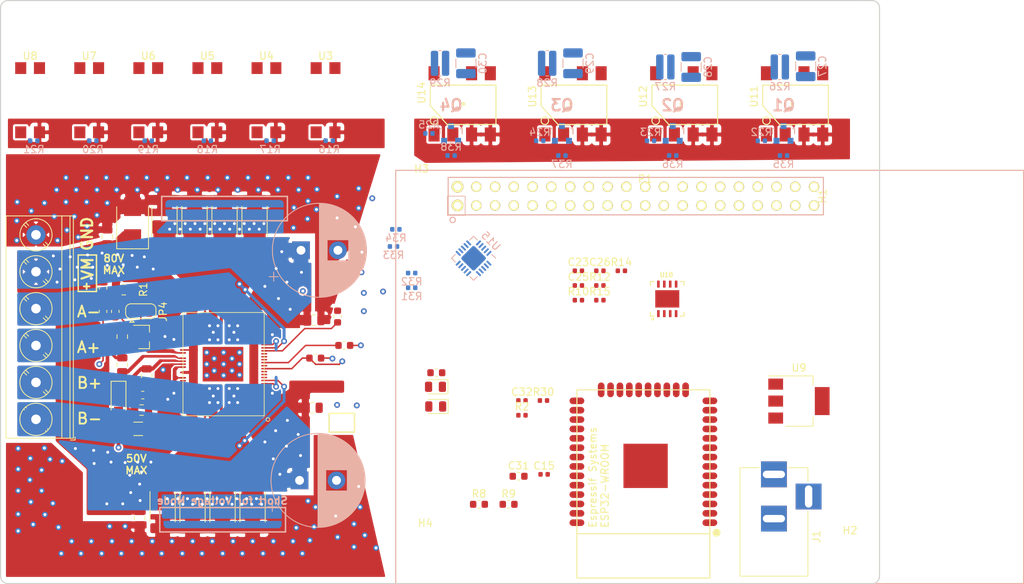
<source format=kicad_pcb>
(kicad_pcb (version 20171130) (host pcbnew 5.1.5-52549c5~86~ubuntu16.04.1)
  (layers (0 F.Cu signal) (1 In1.Cu signal) (2 In2.Cu signal) (31 B.Cu signal) (34 B.Paste user) (35 F.Paste user) (36 B.SilkS user) (37 F.SilkS user) (38 B.Mask user) (39 F.Mask user) (44 Edge.Cuts user))
  (net 0 "")
  (net 1 +3V3)
  (net 2 GND)
  (net 3 "Net-(C2-Pad1)")
  (net 4 "Net-(C3-Pad1)")
  (net 5 SM_ADC)
  (net 6 "Net-(C13-Pad2)")
  (net 7 "Net-(C13-Pad1)")
  (net 8 SM_RST)
  (net 9 "Net-(D3-Pad1)")
  (net 10 "Net-(D5-Pad1)")
  (net 11 OUTA1)
  (net 12 OUTA2)
  (net 13 OUTB1)
  (net 14 OUTB2)
  (net 15 SM_FLAG)
  (net 16 SM_BUSY)
  (net 17 "Net-(JP1-Pad1)")
  (net 18 "Net-(JP2-Pad1)")
  (net 19 "Net-(JP4-Pad1)")
  (net 20 "Net-(JP4-Pad3)")
  (net 21 VMOTOR)
  (net 22 VCC_IO)
  (net 23 "Net-(D7-Pad2)")
  (net 24 "Net-(C23-Pad2)")
  (net 25 "Net-(C25-Pad1)")
  (net 26 /I2C/I2C_SDA)
  (net 27 /I2C/I2C_SCL)
  (net 28 NEUT)
  (net 29 "Net-(C27-Pad1)")
  (net 30 "Net-(C28-Pad1)")
  (net 31 "Net-(C29-Pad1)")
  (net 32 "Net-(C30-Pad1)")
  (net 33 "Net-(J3-Pad1)")
  (net 34 "Net-(J4-Pad1)")
  (net 35 "Net-(J5-Pad1)")
  (net 36 "Net-(J6-Pad1)")
  (net 37 "Net-(R16-Pad1)")
  (net 38 "Net-(R17-Pad1)")
  (net 39 "Net-(R19-Pad1)")
  (net 40 "Net-(R20-Pad1)")
  (net 41 "Net-(R21-Pad1)")
  (net 42 /ElectroValves/R0)
  (net 43 /ElectroValves/R1)
  (net 44 "Net-(R18-Pad1)")
  (net 45 /ElectroValves/R2)
  (net 46 /ElectroValves/R3)
  (net 47 /ElectroValves/R4)
  (net 48 /ElectroValves/R5)
  (net 49 3V3_ESP)
  (net 50 /RX_ESP32)
  (net 51 /TX_ESP32)
  (net 52 /ESP_EN)
  (net 53 +5V)
  (net 54 "Net-(JP1-Pad2)")
  (net 55 /ESP_PROG_EN)
  (net 56 /ESP32/IO32)
  (net 57 /ESP32/IO33)
  (net 58 "Net-(Q1-Pad3)")
  (net 59 "Net-(Q1-Pad2)")
  (net 60 "Net-(Q2-Pad3)")
  (net 61 "Net-(Q2-Pad2)")
  (net 62 "Net-(Q3-Pad3)")
  (net 63 "Net-(Q3-Pad2)")
  (net 64 "Net-(Q4-Pad3)")
  (net 65 "Net-(Q4-Pad2)")
  (net 66 /ElectroValves/P1_0)
  (net 67 /ElectroValves/P1_1)
  (net 68 /ElectroValves/P1_2)
  (net 69 /ElectroValves/P1_3)
  (net 70 /ESP32/IO34)
  (net 71 /ElectroValves/INT_PCA)
  (net 72 "Net-(R35-Pad1)")
  (net 73 "Net-(R36-Pad1)")
  (net 74 "Net-(R37-Pad1)")
  (net 75 "Net-(R38-Pad1)")
  (module Resistor_SMD:R_0402_1005Metric (layer B.Cu) (at 113 71 180)
    (fp_text reference R38 (at 0 1.17) (layer B.SilkS) (effects (justify mirror)))
    (fp_text value 22)
    (pad 2 smd roundrect (at 0.485 0 180) (size 0.59 0.64) (layers B.Cu B.Paste B.Mask) (net 53 +5V))
    (pad 1 smd roundrect (at -0.485 0 180) (size 0.59 0.64) (layers B.Cu B.Paste B.Mask) (net 75 "Net-(R38-Pad1)"))
  )
  (module Resistor_SMD:R_0402_1005Metric (layer B.Cu) (at 128 71)
    (fp_text reference R37 (at 0 1.17) (layer B.SilkS) (effects (justify mirror)))
    (fp_text value 22)
    (pad 2 smd roundrect (at 0.485 0) (size 0.59 0.64) (layers B.Cu B.Paste B.Mask) (net 53 +5V))
    (pad 1 smd roundrect (at -0.485 0) (size 0.59 0.64) (layers B.Cu B.Paste B.Mask) (net 74 "Net-(R37-Pad1)"))
  )
  (module Resistor_SMD:R_0402_1005Metric (layer B.Cu) (at 143 71)
    (fp_text reference R36 (at 0 1.17) (layer B.SilkS) (effects (justify mirror)))
    (fp_text value 22)
    (pad 2 smd roundrect (at 0.485 0) (size 0.59 0.64) (layers B.Cu B.Paste B.Mask) (net 53 +5V))
    (pad 1 smd roundrect (at -0.485 0) (size 0.59 0.64) (layers B.Cu B.Paste B.Mask) (net 73 "Net-(R36-Pad1)"))
  )
  (module Resistor_SMD:R_0402_1005Metric (layer B.Cu) (at 158 71)
    (fp_text reference R35 (at 0 1.17) (layer B.SilkS) (effects (justify mirror)))
    (fp_text value 22)
    (pad 2 smd roundrect (at 0.485 0) (size 0.59 0.64) (layers B.Cu B.Paste B.Mask) (net 53 +5V))
    (pad 1 smd roundrect (at -0.485 0) (size 0.59 0.64) (layers B.Cu B.Paste B.Mask) (net 72 "Net-(R35-Pad1)"))
  )
  (module Resistor_SMD:R_0402_1005Metric (layer B.Cu) (at 105.515 81)
    (fp_text reference R34 (at 0 1.17) (layer B.SilkS) (effects (justify mirror)))
    (fp_text value 10k)
    (pad 2 smd roundrect (at 0.485 0) (size 0.59 0.64) (layers B.Cu B.Paste B.Mask) (net 71 /ElectroValves/INT_PCA))
    (pad 1 smd roundrect (at -0.485 0) (size 0.59 0.64) (layers B.Cu B.Paste B.Mask) (net 49 3V3_ESP))
  )
  (module Resistor_SMD:R_0402_1005Metric (layer B.Cu) (at 105.20018 83.323269)
    (fp_text reference R33 (at 0 1.17) (layer B.SilkS) (effects (justify mirror)))
    (fp_text value 10k)
    (pad 2 smd roundrect (at 0.485 0) (size 0.59 0.64) (layers B.Cu B.Paste B.Mask) (net 57 /ESP32/IO33))
    (pad 1 smd roundrect (at -0.485 0) (size 0.59 0.64) (layers B.Cu B.Paste B.Mask) (net 49 3V3_ESP))
  )
  (module Resistor_SMD:R_0402_1005Metric (layer B.Cu) (at 107.66018 86.923269)
    (fp_text reference R32 (at 0 1.17) (layer B.SilkS) (effects (justify mirror)))
    (fp_text value 10k)
    (pad 2 smd roundrect (at 0.485 0) (size 0.59 0.64) (layers B.Cu B.Paste B.Mask) (net 56 /ESP32/IO32))
    (pad 1 smd roundrect (at -0.485 0) (size 0.59 0.64) (layers B.Cu B.Paste B.Mask) (net 49 3V3_ESP))
  )
  (module Resistor_SMD:R_0402_1005Metric (layer B.Cu) (at 107.66018 88.913269)
    (fp_text reference R31 (at 0 1.17) (layer B.SilkS) (effects (justify mirror)))
    (fp_text value 10k)
    (pad 2 smd roundrect (at 0.485 0) (size 0.59 0.64) (layers B.Cu B.Paste B.Mask) (net 70 /ESP32/IO34))
    (pad 1 smd roundrect (at -0.485 0) (size 0.59 0.64) (layers B.Cu B.Paste B.Mask) (net 49 3V3_ESP))
  )
  (module Resistor_SMD:R_0402_1005Metric (layer B.Cu) (at 110 68 180)
    (fp_text reference R25 (at 0 1.17) (layer B.SilkS) (effects (justify mirror)))
    (fp_text value 200)
    (pad 2 smd roundrect (at 0.485 0 180) (size 0.59 0.64) (layers B.Cu B.Paste B.Mask) (net 69 /ElectroValves/P1_3))
    (pad 1 smd roundrect (at -0.485 0 180) (size 0.59 0.64) (layers B.Cu B.Paste B.Mask) (net 65 "Net-(Q4-Pad2)"))
  )
  (module Resistor_SMD:R_0402_1005Metric (layer B.Cu) (at 125 69 180)
    (fp_text reference R24 (at 0 1.17) (layer B.SilkS) (effects (justify mirror)))
    (fp_text value 200)
    (pad 2 smd roundrect (at 0.485 0 180) (size 0.59 0.64) (layers B.Cu B.Paste B.Mask) (net 68 /ElectroValves/P1_2))
    (pad 1 smd roundrect (at -0.485 0 180) (size 0.59 0.64) (layers B.Cu B.Paste B.Mask) (net 63 "Net-(Q3-Pad2)"))
  )
  (module Resistor_SMD:R_0402_1005Metric (layer B.Cu) (at 140 69 180)
    (fp_text reference R23 (at 0 1.17) (layer B.SilkS) (effects (justify mirror)))
    (fp_text value 200)
    (pad 2 smd roundrect (at 0.485 0 180) (size 0.59 0.64) (layers B.Cu B.Paste B.Mask) (net 67 /ElectroValves/P1_1))
    (pad 1 smd roundrect (at -0.485 0 180) (size 0.59 0.64) (layers B.Cu B.Paste B.Mask) (net 61 "Net-(Q2-Pad2)"))
  )
  (module Resistor_SMD:R_0402_1005Metric (layer B.Cu) (at 155 69 180)
    (fp_text reference R22 (at 0 1.17) (layer B.SilkS) (effects (justify mirror)))
    (fp_text value 330)
    (pad 2 smd roundrect (at 0.485 0 180) (size 0.59 0.64) (layers B.Cu B.Paste B.Mask) (net 66 /ElectroValves/P1_0))
    (pad 1 smd roundrect (at -0.485 0 180) (size 0.59 0.64) (layers B.Cu B.Paste B.Mask) (net 59 "Net-(Q1-Pad2)"))
  )
  (module SMD:SOT23_Transistor (layer B.Cu) (at 113 68 180)
    (fp_text reference Q4 (at 0 3.81) (layer B.SilkS) (effects (font (size 1.524 1.524) (thickness 0.3048)) (justify mirror)))
    (fp_text value PN2222 hide)
    (pad 3 smd rect (at 0 0.99822 180) (size 0.8001 0.8001) (layers B.Cu B.Paste B.Mask) (net 64 "Net-(Q4-Pad3)"))
    (pad 2 smd rect (at 0.95 -1.00076 180) (size 0.8001 0.8001) (layers B.Cu B.Paste B.Mask) (net 65 "Net-(Q4-Pad2)"))
    (pad 1 smd rect (at -0.95 -1.00076 180) (size 0.8001 0.8001) (layers B.Cu B.Paste B.Mask) (net 2 GND))
  )
  (module SMD:SOT23_Transistor (layer B.Cu) (at 128 68 180)
    (fp_text reference Q3 (at 0 3.81) (layer B.SilkS) (effects (font (size 1.524 1.524) (thickness 0.3048)) (justify mirror)))
    (fp_text value PN2222 hide)
    (pad 3 smd rect (at 0 0.99822 180) (size 0.8001 0.8001) (layers B.Cu B.Paste B.Mask) (net 62 "Net-(Q3-Pad3)"))
    (pad 2 smd rect (at 0.95 -1.00076 180) (size 0.8001 0.8001) (layers B.Cu B.Paste B.Mask) (net 63 "Net-(Q3-Pad2)"))
    (pad 1 smd rect (at -0.95 -1.00076 180) (size 0.8001 0.8001) (layers B.Cu B.Paste B.Mask) (net 2 GND))
  )
  (module SMD:SOT23_Transistor (layer B.Cu) (at 143 68 180)
    (fp_text reference Q2 (at 0 3.81) (layer B.SilkS) (effects (font (size 1.524 1.524) (thickness 0.3048)) (justify mirror)))
    (fp_text value PN2222 hide)
    (pad 3 smd rect (at 0 0.99822 180) (size 0.8001 0.8001) (layers B.Cu B.Paste B.Mask) (net 60 "Net-(Q2-Pad3)"))
    (pad 2 smd rect (at 0.95 -1.00076 180) (size 0.8001 0.8001) (layers B.Cu B.Paste B.Mask) (net 61 "Net-(Q2-Pad2)"))
    (pad 1 smd rect (at -0.95 -1.00076 180) (size 0.8001 0.8001) (layers B.Cu B.Paste B.Mask) (net 2 GND))
  )
  (module SMD:SOT23_Transistor (layer B.Cu) (at 158 68 180)
    (fp_text reference Q1 (at 0 3.81) (layer B.SilkS) (effects (font (size 1.524 1.524) (thickness 0.3048)) (justify mirror)))
    (fp_text value PN2222 hide)
    (pad 3 smd rect (at 0 0.99822 180) (size 0.8001 0.8001) (layers B.Cu B.Paste B.Mask) (net 58 "Net-(Q1-Pad3)"))
    (pad 2 smd rect (at 0.95 -1.00076 180) (size 0.8001 0.8001) (layers B.Cu B.Paste B.Mask) (net 59 "Net-(Q1-Pad2)"))
    (pad 1 smd rect (at -0.95 -1.00076 180) (size 0.8001 0.8001) (layers B.Cu B.Paste B.Mask) (net 2 GND))
  )
  (module TH:BARREL_JACK (layer F.Cu) (at 156.7 114.2 90)
    (fp_text reference J1 (at -8.45 5.75 270) (layer F.SilkS))
    (fp_text value Barrel_Jack_Switch)
    (pad 3 thru_hole rect (at -3 4.7 90) (size 3.5 3.5) (drill oval 3 1) (layers *.Cu *.Mask) (net 2 GND))
    (pad 2 thru_hole rect (at -6 0 90) (size 3.5 3.5) (drill oval 1 3) (layers *.Cu *.Mask) (net 2 GND))
    (pad 1 thru_hole rect (at 0 0 90) (size 3.5 3.5) (drill oval 1 3) (layers *.Cu *.Mask) (net 53 +5V))
  )
  (module Resistor_SMD:R_0402_1005Metric (layer F.Cu) (at 125.5 104.2)
    (fp_text reference R30 (at 0 -1.17) (layer F.SilkS))
    (fp_text value 4.7k)
    (pad 2 smd roundrect (at 0.485 0) (size 0.59 0.64) (layers F.Cu F.Paste F.Mask) (net 55 /ESP_PROG_EN))
    (pad 1 smd roundrect (at -0.485 0) (size 0.59 0.64) (layers F.Cu F.Paste F.Mask) (net 49 3V3_ESP))
  )
  (module Resistor_SMD:R_0402_1005Metric (layer F.Cu) (at 122.59 106.19)
    (fp_text reference R2 (at 0 -1.17) (layer F.SilkS))
    (fp_text value 4.7k)
    (pad 2 smd roundrect (at 0.485 0) (size 0.59 0.64) (layers F.Cu F.Paste F.Mask) (net 52 /ESP_EN))
    (pad 1 smd roundrect (at -0.485 0) (size 0.59 0.64) (layers F.Cu F.Paste F.Mask) (net 49 3V3_ESP))
  )
  (module Capacitor_SMD:C_0402_1005Metric (layer F.Cu) (at 122.59 104.2)
    (fp_text reference C32 (at 0 -1.17) (layer F.SilkS))
    (fp_text value 10nF)
    (pad 2 smd roundrect (at 0.485 0) (size 0.59 0.64) (layers F.Cu F.Paste F.Mask) (net 2 GND))
    (pad 1 smd roundrect (at -0.485 0) (size 0.59 0.64) (layers F.Cu F.Paste F.Mask) (net 52 /ESP_EN))
  )
  (module Resistor_SMD:R_0603_1608Metric (layer F.Cu) (at 120.78 118.26)
    (fp_text reference R9 (at 0 -1.43) (layer F.SilkS))
    (fp_text value 330)
    (pad 2 smd roundrect (at 0.7875 0) (size 0.875 0.95) (layers F.Cu F.Paste F.Mask) (net 15 SM_FLAG))
    (pad 1 smd roundrect (at -0.7875 0) (size 0.875 0.95) (layers F.Cu F.Paste F.Mask) (net 10 "Net-(D5-Pad1)"))
  )
  (module Resistor_SMD:R_0603_1608Metric (layer F.Cu) (at 116.77 118.26)
    (fp_text reference R8 (at 0 -1.43) (layer F.SilkS))
    (fp_text value 39K)
    (pad 2 smd roundrect (at 0.7875 0) (size 0.875 0.95) (layers F.Cu F.Paste F.Mask) (net 15 SM_FLAG))
    (pad 1 smd roundrect (at -0.7875 0) (size 0.875 0.95) (layers F.Cu F.Paste F.Mask) (net 1 +3V3))
  )
  (module Capacitor_SMD:C_0603_1608Metric (layer F.Cu) (at 122.13 114.46)
    (fp_text reference C31 (at 0 -1.43) (layer F.SilkS))
    (fp_text value 10uF)
    (pad 2 smd roundrect (at 0.7875 0) (size 0.875 0.95) (layers F.Cu F.Paste F.Mask) (net 2 GND))
    (pad 1 smd roundrect (at -0.7875 0) (size 0.875 0.95) (layers F.Cu F.Paste F.Mask) (net 49 3V3_ESP))
  )
  (module Capacitor_SMD:C_0402_1005Metric (layer F.Cu) (at 125.59 114.2)
    (fp_text reference C15 (at 0 -1.17) (layer F.SilkS))
    (fp_text value 0.1uF)
    (pad 2 smd roundrect (at 0.485 0) (size 0.59 0.64) (layers F.Cu F.Paste F.Mask) (net 2 GND))
    (pad 1 smd roundrect (at -0.485 0) (size 0.59 0.64) (layers F.Cu F.Paste F.Mask) (net 49 3V3_ESP))
  )
  (module Resistor_SMD:R_0402_1005Metric (layer B.Cu) (at 80 69)
    (fp_text reference R18 (at 0 1.17) (layer B.SilkS) (effects (justify mirror)))
    (fp_text value 200)
    (pad 2 smd roundrect (at 0.485 0) (size 0.59 0.64) (layers B.Cu B.Paste B.Mask) (net 45 /ElectroValves/R2))
    (pad 1 smd roundrect (at -0.485 0) (size 0.59 0.64) (layers B.Cu B.Paste B.Mask) (net 44 "Net-(R18-Pad1)"))
  )
  (module Package_DFN_QFN:QFN-20-1EP_4x4mm_P0.5mm_EP2.5x2.5mm (layer B.Cu) (at 116.04 84.92 135)
    (fp_text reference U15 (at 0 3.299999 315) (layer B.SilkS) (effects (justify mirror)))
    (fp_text value PCAL6416A)
    (pad 20 smd roundrect (at -1 1.9375 135) (size 0.25 0.825) (layers B.Cu B.Paste B.Mask) (net 57 /ESP32/IO33))
    (pad 19 smd roundrect (at -0.5 1.9375 135) (size 0.25 0.825) (layers B.Cu B.Paste B.Mask) (net 56 /ESP32/IO32))
    (pad 18 smd roundrect (at 0 1.937499 135) (size 0.25 0.825) (layers B.Cu B.Paste B.Mask) (net 2 GND))
    (pad 17 smd roundrect (at 0.5 1.9375 135) (size 0.25 0.825) (layers B.Cu B.Paste B.Mask))
    (pad 16 smd roundrect (at 1 1.9375 135) (size 0.25 0.825) (layers B.Cu B.Paste B.Mask))
    (pad 15 smd roundrect (at 1.9375 1 135) (size 0.825 0.25) (layers B.Cu B.Paste B.Mask))
    (pad 14 smd roundrect (at 1.9375 0.5 135) (size 0.825 0.25) (layers B.Cu B.Paste B.Mask))
    (pad 13 smd roundrect (at 1.937499 0 135) (size 0.825 0.25) (layers B.Cu B.Paste B.Mask) (net 69 /ElectroValves/P1_3))
    (pad 12 smd roundrect (at 1.9375 -0.5 135) (size 0.825 0.25) (layers B.Cu B.Paste B.Mask) (net 68 /ElectroValves/P1_2))
    (pad 11 smd roundrect (at 1.9375 -1 135) (size 0.825 0.25) (layers B.Cu B.Paste B.Mask) (net 67 /ElectroValves/P1_1))
    (pad 10 smd roundrect (at 1 -1.9375 135) (size 0.25 0.825) (layers B.Cu B.Paste B.Mask) (net 66 /ElectroValves/P1_0))
    (pad 9 smd roundrect (at 0.5 -1.9375 135) (size 0.25 0.825) (layers B.Cu B.Paste B.Mask) (net 2 GND))
    (pad 8 smd roundrect (at 0 -1.937499 135) (size 0.25 0.825) (layers B.Cu B.Paste B.Mask))
    (pad 7 smd roundrect (at -0.5 -1.9375 135) (size 0.25 0.825) (layers B.Cu B.Paste B.Mask))
    (pad 6 smd roundrect (at -1 -1.9375 135) (size 0.25 0.825) (layers B.Cu B.Paste B.Mask) (net 48 /ElectroValves/R5))
    (pad 5 smd roundrect (at -1.9375 -1 135) (size 0.825 0.25) (layers B.Cu B.Paste B.Mask) (net 47 /ElectroValves/R4))
    (pad 4 smd roundrect (at -1.9375 -0.5 135) (size 0.825 0.25) (layers B.Cu B.Paste B.Mask) (net 46 /ElectroValves/R3))
    (pad 3 smd roundrect (at -1.937499 0 135) (size 0.825 0.25) (layers B.Cu B.Paste B.Mask) (net 45 /ElectroValves/R2))
    (pad 2 smd roundrect (at -1.9375 0.5 135) (size 0.825 0.25) (layers B.Cu B.Paste B.Mask) (net 43 /ElectroValves/R1))
    (pad 1 smd roundrect (at -1.9375 1 135) (size 0.825 0.25) (layers B.Cu B.Paste B.Mask) (net 42 /ElectroValves/R0))
    (pad 21 smd roundrect (at 0 0 135) (size 2.5 2.5) (layers B.Cu B.Mask) (roundrect_rratio 0.1) (net 53 +5V))
  )
  (module Resistor_SMD:R_0402_1005Metric (layer B.Cu) (at 56.5 69)
    (fp_text reference R21 (at 0 1.17) (layer B.SilkS) (effects (justify mirror)))
    (fp_text value 200)
    (pad 2 smd roundrect (at 0.485 0) (size 0.59 0.64) (layers B.Cu B.Paste B.Mask) (net 48 /ElectroValves/R5))
    (pad 1 smd roundrect (at -0.485 0) (size 0.59 0.64) (layers B.Cu B.Paste B.Mask) (net 41 "Net-(R21-Pad1)"))
  )
  (module Resistor_SMD:R_0402_1005Metric (layer B.Cu) (at 64.5 69)
    (fp_text reference R20 (at 0 1.17) (layer B.SilkS) (effects (justify mirror)))
    (fp_text value 200)
    (pad 2 smd roundrect (at 0.485 0) (size 0.59 0.64) (layers B.Cu B.Paste B.Mask) (net 47 /ElectroValves/R4))
    (pad 1 smd roundrect (at -0.485 0) (size 0.59 0.64) (layers B.Cu B.Paste B.Mask) (net 40 "Net-(R20-Pad1)"))
  )
  (module Resistor_SMD:R_0402_1005Metric (layer B.Cu) (at 72 69)
    (fp_text reference R19 (at 0 1.17) (layer B.SilkS) (effects (justify mirror)))
    (fp_text value 200)
    (pad 2 smd roundrect (at 0.485 0) (size 0.59 0.64) (layers B.Cu B.Paste B.Mask) (net 46 /ElectroValves/R3))
    (pad 1 smd roundrect (at -0.485 0) (size 0.59 0.64) (layers B.Cu B.Paste B.Mask) (net 39 "Net-(R19-Pad1)"))
  )
  (module Resistor_SMD:R_0402_1005Metric (layer B.Cu) (at 88.5 69)
    (fp_text reference R17 (at 0 1.17) (layer B.SilkS) (effects (justify mirror)))
    (fp_text value 200)
    (pad 2 smd roundrect (at 0.485 0) (size 0.59 0.64) (layers B.Cu B.Paste B.Mask) (net 43 /ElectroValves/R1))
    (pad 1 smd roundrect (at -0.485 0) (size 0.59 0.64) (layers B.Cu B.Paste B.Mask) (net 38 "Net-(R17-Pad1)"))
  )
  (module Resistor_SMD:R_0402_1005Metric (layer B.Cu) (at 96.5 69)
    (fp_text reference R16 (at 0 1.17) (layer B.SilkS) (effects (justify mirror)))
    (fp_text value 200)
    (pad 2 smd roundrect (at 0.485 0) (size 0.59 0.64) (layers B.Cu B.Paste B.Mask) (net 42 /ElectroValves/R0))
    (pad 1 smd roundrect (at -0.485 0) (size 0.59 0.64) (layers B.Cu B.Paste B.Mask) (net 37 "Net-(R16-Pad1)"))
  )
  (module SMD:AQH3223A (layer F.Cu) (at 114.5 64 90)
    (fp_text reference U14 (at 1.5 -5.5 90) (layer F.SilkS))
    (fp_text value AQH3213AX hide)
    (fp_text user * (at 0 0.5 90) (layer F.SilkS))
    (pad 1 smd rect (at -4.15 -3.81 90) (size 1.9 1.5) (layers F.Cu F.Paste F.Mask) (net 64 "Net-(Q4-Pad3)"))
    (pad 2 smd rect (at -4.15 -1.27 90) (size 1.905 1.4986) (layers F.Cu F.Paste F.Mask) (net 75 "Net-(R38-Pad1)"))
    (pad 3 smd rect (at -4.15 1.27 90) (size 1.905 1.4986) (layers F.Cu F.Paste F.Mask) (net 64 "Net-(Q4-Pad3)"))
    (pad 4 smd rect (at -4.15 3.81 90) (size 1.905 1.4986) (layers F.Cu F.Paste F.Mask) (net 64 "Net-(Q4-Pad3)"))
    (pad 5 smd rect (at 4.15 3.81 90) (size 1.905 1.4986) (layers F.Cu F.Paste F.Mask))
    (pad 6 smd rect (at 4.15 1.27 90) (size 1.905 1.4986) (layers F.Cu F.Paste F.Mask) (net 28 NEUT))
    (pad 8 smd rect (at 4.15 -3.81 90) (size 1.905 1.4986) (layers F.Cu F.Paste F.Mask) (net 36 "Net-(J6-Pad1)"))
  )
  (module SMD:AQH3223A (layer F.Cu) (at 129.5 64 90)
    (fp_text reference U13 (at 1 -5.5 90) (layer F.SilkS))
    (fp_text value AQH3213AX hide)
    (fp_text user * (at 0 0 90) (layer F.SilkS))
    (pad 1 smd rect (at -4.15 -3.81 90) (size 1.9 1.5) (layers F.Cu F.Paste F.Mask) (net 62 "Net-(Q3-Pad3)"))
    (pad 2 smd rect (at -4.15 -1.27 90) (size 1.905 1.4986) (layers F.Cu F.Paste F.Mask) (net 74 "Net-(R37-Pad1)"))
    (pad 3 smd rect (at -4.15 1.27 90) (size 1.905 1.4986) (layers F.Cu F.Paste F.Mask) (net 62 "Net-(Q3-Pad3)"))
    (pad 4 smd rect (at -4.15 3.81 90) (size 1.905 1.4986) (layers F.Cu F.Paste F.Mask) (net 62 "Net-(Q3-Pad3)"))
    (pad 5 smd rect (at 4.15 3.81 90) (size 1.905 1.4986) (layers F.Cu F.Paste F.Mask))
    (pad 6 smd rect (at 4.15 1.27 90) (size 1.905 1.4986) (layers F.Cu F.Paste F.Mask) (net 28 NEUT))
    (pad 8 smd rect (at 4.15 -3.81 90) (size 1.905 1.4986) (layers F.Cu F.Paste F.Mask) (net 35 "Net-(J5-Pad1)"))
  )
  (module SMD:AQH3223A (layer F.Cu) (at 144.5 64 90)
    (fp_text reference U12 (at 1 -5.5 90) (layer F.SilkS))
    (fp_text value AQH3213AX hide)
    (fp_text user * (at 0 0 90) (layer F.SilkS))
    (pad 1 smd rect (at -4.15 -3.81 90) (size 1.9 1.5) (layers F.Cu F.Paste F.Mask) (net 60 "Net-(Q2-Pad3)"))
    (pad 2 smd rect (at -4.15 -1.27 90) (size 1.905 1.4986) (layers F.Cu F.Paste F.Mask) (net 73 "Net-(R36-Pad1)"))
    (pad 3 smd rect (at -4.15 1.27 90) (size 1.905 1.4986) (layers F.Cu F.Paste F.Mask) (net 60 "Net-(Q2-Pad3)"))
    (pad 4 smd rect (at -4.15 3.81 90) (size 1.905 1.4986) (layers F.Cu F.Paste F.Mask) (net 60 "Net-(Q2-Pad3)"))
    (pad 5 smd rect (at 4.15 3.81 90) (size 1.905 1.4986) (layers F.Cu F.Paste F.Mask))
    (pad 6 smd rect (at 4.15 1.27 90) (size 1.905 1.4986) (layers F.Cu F.Paste F.Mask) (net 28 NEUT))
    (pad 8 smd rect (at 4.15 -3.81 90) (size 1.905 1.4986) (layers F.Cu F.Paste F.Mask) (net 34 "Net-(J4-Pad1)"))
  )
  (module SMD:AQH3223A (layer F.Cu) (at 159.5 64 90)
    (fp_text reference U11 (at 1 -5.5 90) (layer F.SilkS))
    (fp_text value AQH3213AX hide)
    (fp_text user * (at 0 0 90) (layer F.SilkS))
    (pad 1 smd rect (at -4.15 -3.81 90) (size 1.9 1.5) (layers F.Cu F.Paste F.Mask) (net 58 "Net-(Q1-Pad3)"))
    (pad 2 smd rect (at -4.15 -1.27 90) (size 1.905 1.4986) (layers F.Cu F.Paste F.Mask) (net 72 "Net-(R35-Pad1)"))
    (pad 3 smd rect (at -4.15 1.27 90) (size 1.905 1.4986) (layers F.Cu F.Paste F.Mask) (net 58 "Net-(Q1-Pad3)"))
    (pad 4 smd rect (at -4.15 3.81 90) (size 1.905 1.4986) (layers F.Cu F.Paste F.Mask) (net 58 "Net-(Q1-Pad3)"))
    (pad 5 smd rect (at 4.15 3.81 90) (size 1.905 1.4986) (layers F.Cu F.Paste F.Mask))
    (pad 6 smd rect (at 4.15 1.27 90) (size 1.905 1.4986) (layers F.Cu F.Paste F.Mask) (net 28 NEUT))
    (pad 8 smd rect (at 4.15 -3.81 90) (size 1.905 1.4986) (layers F.Cu F.Paste F.Mask) (net 33 "Net-(J3-Pad1)"))
  )
  (module Resistor_SMD:R_0612_1632Metric (layer B.Cu) (at 111.5 58.5)
    (fp_text reference R29 (at 0 2.65) (layer B.SilkS) (effects (justify mirror)))
    (fp_text value "100 1/2W")
    (pad 2 smd roundrect (at 0.75 0) (size 1 3.4) (layers B.Cu B.Paste B.Mask) (net 32 "Net-(C30-Pad1)"))
    (pad 1 smd roundrect (at -0.75 0) (size 1 3.4) (layers B.Cu B.Paste B.Mask) (net 36 "Net-(J6-Pad1)"))
  )
  (module Resistor_SMD:R_0612_1632Metric (layer B.Cu) (at 126 58.5)
    (fp_text reference R28 (at 0 2.65) (layer B.SilkS) (effects (justify mirror)))
    (fp_text value "100 1/2W")
    (pad 2 smd roundrect (at 0.75 0) (size 1 3.4) (layers B.Cu B.Paste B.Mask) (net 31 "Net-(C29-Pad1)"))
    (pad 1 smd roundrect (at -0.75 0) (size 1 3.4) (layers B.Cu B.Paste B.Mask) (net 35 "Net-(J5-Pad1)"))
  )
  (module Resistor_SMD:R_0612_1632Metric (layer B.Cu) (at 142 59)
    (fp_text reference R27 (at 0 2.65) (layer B.SilkS) (effects (justify mirror)))
    (fp_text value "100 1/2W")
    (pad 2 smd roundrect (at 0.75 0) (size 1 3.4) (layers B.Cu B.Paste B.Mask) (net 30 "Net-(C28-Pad1)"))
    (pad 1 smd roundrect (at -0.75 0) (size 1 3.4) (layers B.Cu B.Paste B.Mask) (net 34 "Net-(J4-Pad1)"))
  )
  (module Resistor_SMD:R_0612_1632Metric (layer B.Cu) (at 157.5 59)
    (fp_text reference R26 (at 0 2.65) (layer B.SilkS) (effects (justify mirror)))
    (fp_text value "100 1/2W")
    (pad 2 smd roundrect (at 0.75 0) (size 1 3.4) (layers B.Cu B.Paste B.Mask) (net 29 "Net-(C27-Pad1)"))
    (pad 1 smd roundrect (at -0.75 0) (size 1 3.4) (layers B.Cu B.Paste B.Mask) (net 33 "Net-(J3-Pad1)"))
  )
  (module Capacitor_SMD:C_1210_3225Metric (layer B.Cu) (at 115 58.5 90)
    (fp_text reference C30 (at 0 2.28 90) (layer B.SilkS) (effects (justify mirror)))
    (fp_text value "0.1u 250V")
    (pad 2 smd roundrect (at 1.4 0 90) (size 1.25 2.65) (layers B.Cu B.Paste B.Mask) (roundrect_rratio 0.2) (net 28 NEUT))
    (pad 1 smd roundrect (at -1.4 0 90) (size 1.25 2.65) (layers B.Cu B.Paste B.Mask) (roundrect_rratio 0.2) (net 32 "Net-(C30-Pad1)"))
  )
  (module Capacitor_SMD:C_1210_3225Metric (layer B.Cu) (at 129.5 58.5 90)
    (fp_text reference C29 (at 0 2.28 90) (layer B.SilkS) (effects (justify mirror)))
    (fp_text value "0.1u 250V")
    (pad 2 smd roundrect (at 1.4 0 90) (size 1.25 2.65) (layers B.Cu B.Paste B.Mask) (roundrect_rratio 0.2) (net 28 NEUT))
    (pad 1 smd roundrect (at -1.4 0 90) (size 1.25 2.65) (layers B.Cu B.Paste B.Mask) (roundrect_rratio 0.2) (net 31 "Net-(C29-Pad1)"))
  )
  (module Capacitor_SMD:C_1210_3225Metric (layer B.Cu) (at 145.5 59 90)
    (fp_text reference C28 (at 0 2.28 90) (layer B.SilkS) (effects (justify mirror)))
    (fp_text value "0.1u 250V")
    (pad 2 smd roundrect (at 1.4 0 90) (size 1.25 2.65) (layers B.Cu B.Paste B.Mask) (roundrect_rratio 0.2) (net 28 NEUT))
    (pad 1 smd roundrect (at -1.4 0 90) (size 1.25 2.65) (layers B.Cu B.Paste B.Mask) (roundrect_rratio 0.2) (net 30 "Net-(C28-Pad1)"))
  )
  (module Capacitor_SMD:C_1210_3225Metric (layer B.Cu) (at 161 58.9 90)
    (fp_text reference C27 (at 0 2.28 270) (layer B.SilkS) (effects (justify mirror)))
    (fp_text value "0.1u 250V")
    (pad 2 smd roundrect (at 1.4 0 90) (size 1.25 2.65) (layers B.Cu B.Paste B.Mask) (roundrect_rratio 0.2) (net 28 NEUT))
    (pad 1 smd roundrect (at -1.4 0 90) (size 1.25 2.65) (layers B.Cu B.Paste B.Mask) (roundrect_rratio 0.2) (net 29 "Net-(C27-Pad1)"))
  )
  (module SMD:HVSON8 (layer F.Cu) (at 142.26 90.42)
    (fp_text reference U10 (at -0.1081 -3.2485 -180) (layer F.SilkS) (effects (font (size 0.6 0.6))))
    (fp_text value PCF8523TK hide)
    (pad PAD smd rect (at 0 0) (size 3.25 2.35) (layers F.Cu F.Paste F.Mask) (net 2 GND))
    (pad 1 smd rect (at -1.2 2) (size 0.35 0.95) (layers F.Cu F.Paste F.Mask) (net 25 "Net-(C25-Pad1)"))
    (pad 2 smd rect (at -0.4 2) (size 0.35 0.95) (layers F.Cu F.Paste F.Mask) (net 24 "Net-(C23-Pad2)"))
    (pad 3 smd rect (at 0.4 2) (size 0.35 0.95) (layers F.Cu F.Paste F.Mask))
    (pad 4 smd rect (at 1.2 2) (size 0.35 0.95) (layers F.Cu F.Paste F.Mask) (net 2 GND))
    (pad 5 smd rect (at 1.2 -2) (size 0.35 0.95) (layers F.Cu F.Paste F.Mask) (net 26 /I2C/I2C_SDA))
    (pad 6 smd rect (at 0.4 -2) (size 0.35 0.95) (layers F.Cu F.Paste F.Mask) (net 27 /I2C/I2C_SCL))
    (pad 7 smd rect (at -0.4 -2) (size 0.35 0.95) (layers F.Cu F.Paste F.Mask))
    (pad 8 smd rect (at -1.2 -2) (size 0.35 0.95) (layers F.Cu F.Paste F.Mask) (net 22 VCC_IO))
  )
  (module Resistor_SMD:R_0402_1005Metric (layer F.Cu) (at 133.14 90.6)
    (fp_text reference R15 (at 0 -1.17) (layer F.SilkS))
    (fp_text value 2.2k)
    (pad 2 smd roundrect (at 0.485 0) (size 0.59 0.64) (layers F.Cu F.Paste F.Mask) (net 22 VCC_IO))
    (pad 1 smd roundrect (at -0.485 0) (size 0.59 0.64) (layers F.Cu F.Paste F.Mask) (net 27 /I2C/I2C_SCL))
  )
  (module Resistor_SMD:R_0402_1005Metric (layer F.Cu) (at 136.05 86.62)
    (fp_text reference R14 (at 0 -1.17) (layer F.SilkS))
    (fp_text value 2.2k)
    (pad 2 smd roundrect (at 0.485 0) (size 0.59 0.64) (layers F.Cu F.Paste F.Mask) (net 22 VCC_IO))
    (pad 1 smd roundrect (at -0.485 0) (size 0.59 0.64) (layers F.Cu F.Paste F.Mask) (net 26 /I2C/I2C_SDA))
  )
  (module Resistor_SMD:R_0402_1005Metric (layer F.Cu) (at 133.14 88.61)
    (fp_text reference R12 (at 0 -1.17) (layer F.SilkS))
    (fp_text value 500)
    (pad 2 smd roundrect (at 0.485 0) (size 0.59 0.64) (layers F.Cu F.Paste F.Mask) (net 23 "Net-(D7-Pad2)"))
    (pad 1 smd roundrect (at -0.485 0) (size 0.59 0.64) (layers F.Cu F.Paste F.Mask) (net 2 GND))
  )
  (module Resistor_SMD:R_0402_1005Metric (layer F.Cu) (at 130.23 90.6)
    (fp_text reference R10 (at 0 -1.17) (layer F.SilkS))
    (fp_text value 450)
    (pad 2 smd roundrect (at 0.485 0) (size 0.59 0.64) (layers F.Cu F.Paste F.Mask))
    (pad 1 smd roundrect (at -0.485 0) (size 0.59 0.64) (layers F.Cu F.Paste F.Mask) (net 23 "Net-(D7-Pad2)"))
  )
  (module Capacitor_SMD:C_0402_1005Metric (layer F.Cu) (at 133.14 86.62)
    (fp_text reference C26 (at 0 -1.17) (layer F.SilkS))
    (fp_text value 0.1uF)
    (pad 2 smd roundrect (at 0.485 0) (size 0.59 0.64) (layers F.Cu F.Paste F.Mask) (net 22 VCC_IO))
    (pad 1 smd roundrect (at -0.485 0) (size 0.59 0.64) (layers F.Cu F.Paste F.Mask) (net 2 GND))
  )
  (module Capacitor_SMD:C_0402_1005Metric (layer F.Cu) (at 130.23 88.61)
    (fp_text reference C25 (at 0 -1.17) (layer F.SilkS))
    (fp_text value 4pF)
    (pad 2 smd roundrect (at 0.485 0) (size 0.59 0.64) (layers F.Cu F.Paste F.Mask) (net 2 GND))
    (pad 1 smd roundrect (at -0.485 0) (size 0.59 0.64) (layers F.Cu F.Paste F.Mask) (net 25 "Net-(C25-Pad1)"))
  )
  (module Capacitor_SMD:C_0402_1005Metric (layer F.Cu) (at 130.23 86.62)
    (fp_text reference C23 (at 0 -1.17) (layer F.SilkS))
    (fp_text value 4pF)
    (pad 2 smd roundrect (at 0.485 0) (size 0.59 0.64) (layers F.Cu F.Paste F.Mask) (net 24 "Net-(C23-Pad2)"))
    (pad 1 smd roundrect (at -0.485 0) (size 0.59 0.64) (layers F.Cu F.Paste F.Mask) (net 2 GND))
  )
  (module MountingHole:MountingHole_2.7mm_M2.5 (layer F.Cu) (at 109.5 124.5)
    (fp_text reference H4 (at 0 -3.7) (layer F.SilkS))
    (fp_text value MountingHole)
    (pad 1 np_thru_hole circle (at 0 0) (size 2.7 2.7) (drill 2.7) (layers *.Cu *.Mask))
  )
  (module MountingHole:MountingHole_2.7mm_M2.5 (layer F.Cu) (at 109 76.5)
    (fp_text reference H3 (at 0 -3.7) (layer F.SilkS))
    (fp_text value MountingHole)
    (pad 1 np_thru_hole circle (at 0 0) (size 2.7 2.7) (drill 2.7) (layers *.Cu *.Mask))
  )
  (module MountingHole:MountingHole_2.7mm_M2.5 (layer F.Cu) (at 167 125.5)
    (fp_text reference H2 (at 0 -3.7) (layer F.SilkS))
    (fp_text value MountingHole)
    (pad 1 np_thru_hole circle (at 0 0) (size 2.7 2.7) (drill 2.7) (layers *.Cu *.Mask))
  )
  (module MountingHole:MountingHole_2.7mm_M2.5 (layer F.Cu) (at 167 76.5 90)
    (fp_text reference H1 (at 0 -3.7 90) (layer F.SilkS))
    (fp_text value MountingHole)
    (pad 1 np_thru_hole circle (at 0 0 90) (size 2.7 2.7) (drill 2.7) (layers *.Cu *.Mask))
  )
  (module TH:RPI_MATRIX_40 (layer F.Cu) (at 138 76.5)
    (fp_text reference P1 (at 1.27 -2.33) (layer F.SilkS))
    (fp_text value CONN_RASPBERRY)
    (pad 4 thru_hole circle (at -21.59 -1.27) (size 1.4 1.4) (drill 1) (layers *.Cu *.Mask F.SilkS))
    (pad 3 thru_hole circle (at -21.59 1.27) (size 1.4 1.4) (drill 1) (layers *.Cu *.Mask F.SilkS))
    (pad 6 thru_hole circle (at -19.05 -1.27) (size 1.4 1.4) (drill 1) (layers *.Cu *.Mask F.SilkS))
    (pad 5 thru_hole circle (at -19.05 1.27) (size 1.4 1.4) (drill 1) (layers *.Cu *.Mask F.SilkS))
    (pad 8 thru_hole circle (at -16.51 -1.27) (size 1.4 1.4) (drill 1) (layers *.Cu *.Mask F.SilkS) (net 50 /RX_ESP32))
    (pad 7 thru_hole circle (at -16.51 1.27) (size 1.4 1.4) (drill 1) (layers *.Cu *.Mask F.SilkS))
    (pad 10 thru_hole circle (at -13.97 -1.27) (size 1.4 1.4) (drill 1) (layers *.Cu *.Mask F.SilkS) (net 51 /TX_ESP32))
    (pad 9 thru_hole circle (at -13.97 1.27) (size 1.4 1.4) (drill 1) (layers *.Cu *.Mask F.SilkS))
    (pad 12 thru_hole circle (at -11.43 -1.27) (size 1.4 1.4) (drill 1) (layers *.Cu *.Mask F.SilkS))
    (pad 11 thru_hole circle (at -11.43 1.27) (size 1.4 1.4) (drill 1) (layers *.Cu *.Mask F.SilkS))
    (pad 14 thru_hole circle (at -8.89 -1.27) (size 1.4 1.4) (drill 1) (layers *.Cu *.Mask F.SilkS))
    (pad 13 thru_hole circle (at -8.89 1.27) (size 1.4 1.4) (drill 1) (layers *.Cu *.Mask F.SilkS))
    (pad 16 thru_hole circle (at -6.35 -1.27) (size 1.4 1.4) (drill 1) (layers *.Cu *.Mask F.SilkS) (net 55 /ESP_PROG_EN))
    (pad 15 thru_hole circle (at -6.35 1.27) (size 1.4 1.4) (drill 1) (layers *.Cu *.Mask F.SilkS))
    (pad 18 thru_hole circle (at -3.81 -1.27) (size 1.4 1.4) (drill 1) (layers *.Cu *.Mask F.SilkS) (net 52 /ESP_EN))
    (pad 17 thru_hole circle (at -3.81 1.27) (size 1.4 1.4) (drill 1) (layers *.Cu *.Mask F.SilkS))
    (pad 20 thru_hole circle (at -1.27 -1.27) (size 1.4 1.4) (drill 1) (layers *.Cu *.Mask F.SilkS))
    (pad 19 thru_hole circle (at -1.27 1.27) (size 1.4 1.4) (drill 1) (layers *.Cu *.Mask F.SilkS))
    (pad 22 thru_hole circle (at 1.27 -1.27) (size 1.4 1.4) (drill 1) (layers *.Cu *.Mask F.SilkS))
    (pad 21 thru_hole circle (at 1.27 1.27) (size 1.4 1.4) (drill 1) (layers *.Cu *.Mask F.SilkS))
    (pad 24 thru_hole circle (at 3.81 -1.27) (size 1.4 1.4) (drill 1) (layers *.Cu *.Mask F.SilkS))
    (pad 23 thru_hole circle (at 3.81 1.27) (size 1.4 1.4) (drill 1) (layers *.Cu *.Mask F.SilkS))
    (pad 26 thru_hole circle (at 6.35 -1.27) (size 1.4 1.4) (drill 1) (layers *.Cu *.Mask F.SilkS))
    (pad 25 thru_hole circle (at 6.35 1.27) (size 1.4 1.4) (drill 1) (layers *.Cu *.Mask F.SilkS))
    (pad 28 thru_hole circle (at 8.89 -1.27) (size 1.4 1.4) (drill 1) (layers *.Cu *.Mask F.SilkS))
    (pad 27 thru_hole circle (at 8.89 1.27) (size 1.4 1.4) (drill 1) (layers *.Cu *.Mask F.SilkS))
    (pad 30 thru_hole circle (at 11.43 -1.27) (size 1.4 1.4) (drill 1) (layers *.Cu *.Mask F.SilkS))
    (pad 29 thru_hole circle (at 11.43 1.27) (size 1.4 1.4) (drill 1) (layers *.Cu *.Mask F.SilkS))
    (pad 32 thru_hole circle (at 13.97 -1.27) (size 1.4 1.4) (drill 1) (layers *.Cu *.Mask F.SilkS))
    (pad 31 thru_hole circle (at 13.97 1.27) (size 1.4 1.4) (drill 1) (layers *.Cu *.Mask F.SilkS))
    (pad 1 thru_hole circle (at -24.13 1.27) (size 1.6 1.6) (drill 1) (layers *.Cu *.Mask F.SilkS))
    (pad 2 thru_hole circle (at -24.13 -1.27) (size 1.6 1.6) (drill 1) (layers *.Cu *.Mask F.SilkS))
    (pad 33 thru_hole circle (at 16.51 1.27) (size 1.4 1.4) (drill 1) (layers *.Cu *.Mask F.SilkS))
    (pad 34 thru_hole circle (at 16.51 -1.27) (size 1.4 1.4) (drill 1) (layers *.Cu *.Mask F.SilkS))
    (pad 35 thru_hole circle (at 19.05 1.27) (size 1.4 1.4) (drill 1) (layers *.Cu *.Mask F.SilkS))
    (pad 36 thru_hole circle (at 19.05 -1.27) (size 1.4 1.4) (drill 1) (layers *.Cu *.Mask F.SilkS))
    (pad 37 thru_hole circle (at 21.59 1.27) (size 1.4 1.4) (drill 1) (layers *.Cu *.Mask F.SilkS))
    (pad 38 thru_hole circle (at 21.59 -1.27) (size 1.4 1.4) (drill 1) (layers *.Cu *.Mask F.SilkS))
    (pad 39 thru_hole circle (at 24.13 1.27) (size 1.4 1.4) (drill 1) (layers *.Cu *.Mask F.SilkS))
    (pad 40 thru_hole circle (at 24.13 -1.27) (size 1.4 1.4) (drill 1) (layers *.Cu *.Mask F.SilkS))
  )
  (module SMD:TLP240D_TP1 (layer F.Cu) (at 56 63.5 180)
    (fp_text reference U8 (at 0 6) (layer F.SilkS))
    (fp_text value TLP240D)
    (pad 4 smd rect (at 1.27 4.35 180) (size 1.5 1.6) (layers F.Cu F.Paste F.Mask))
    (pad 3 smd rect (at -1.27 4.35 180) (size 1.5 1.6) (layers F.Cu F.Paste F.Mask))
    (pad 2 smd rect (at -1.27 -4.35 180) (size 1.5 1.6) (layers F.Cu F.Paste F.Mask) (net 41 "Net-(R21-Pad1)"))
    (pad 1 smd rect (at 1.27 -4.35 180) (size 1.5 1.6) (layers F.Cu F.Paste F.Mask) (net 53 +5V))
  )
  (module SMD:TLP240D_TP1 (layer F.Cu) (at 64 63.5 180)
    (fp_text reference U7 (at 0 6) (layer F.SilkS))
    (fp_text value TLP240D)
    (pad 4 smd rect (at 1.27 4.35 180) (size 1.5 1.6) (layers F.Cu F.Paste F.Mask))
    (pad 3 smd rect (at -1.27 4.35 180) (size 1.5 1.6) (layers F.Cu F.Paste F.Mask))
    (pad 2 smd rect (at -1.27 -4.35 180) (size 1.5 1.6) (layers F.Cu F.Paste F.Mask) (net 40 "Net-(R20-Pad1)"))
    (pad 1 smd rect (at 1.27 -4.35 180) (size 1.5 1.6) (layers F.Cu F.Paste F.Mask) (net 53 +5V))
  )
  (module SMD:TLP240D_TP1 (layer F.Cu) (at 72 63.5 180)
    (fp_text reference U6 (at 0 6) (layer F.SilkS))
    (fp_text value TLP240D)
    (pad 4 smd rect (at 1.27 4.35 180) (size 1.5 1.6) (layers F.Cu F.Paste F.Mask))
    (pad 3 smd rect (at -1.27 4.35 180) (size 1.5 1.6) (layers F.Cu F.Paste F.Mask))
    (pad 2 smd rect (at -1.27 -4.35 180) (size 1.5 1.6) (layers F.Cu F.Paste F.Mask) (net 39 "Net-(R19-Pad1)"))
    (pad 1 smd rect (at 1.27 -4.35 180) (size 1.5 1.6) (layers F.Cu F.Paste F.Mask) (net 53 +5V))
  )
  (module SMD:TLP240D_TP1 (layer F.Cu) (at 80 63.5 180)
    (fp_text reference U5 (at 0 6) (layer F.SilkS))
    (fp_text value TLP240D)
    (pad 4 smd rect (at 1.27 4.35 180) (size 1.5 1.6) (layers F.Cu F.Paste F.Mask))
    (pad 3 smd rect (at -1.27 4.35 180) (size 1.5 1.6) (layers F.Cu F.Paste F.Mask))
    (pad 2 smd rect (at -1.27 -4.35 180) (size 1.5 1.6) (layers F.Cu F.Paste F.Mask) (net 44 "Net-(R18-Pad1)"))
    (pad 1 smd rect (at 1.27 -4.35 180) (size 1.5 1.6) (layers F.Cu F.Paste F.Mask) (net 53 +5V))
  )
  (module SMD:TLP240D_TP1 (layer F.Cu) (at 88 63.5 180)
    (fp_text reference U4 (at 0 6) (layer F.SilkS))
    (fp_text value TLP240D)
    (pad 4 smd rect (at 1.27 4.35 180) (size 1.5 1.6) (layers F.Cu F.Paste F.Mask))
    (pad 3 smd rect (at -1.27 4.35 180) (size 1.5 1.6) (layers F.Cu F.Paste F.Mask))
    (pad 2 smd rect (at -1.27 -4.35 180) (size 1.5 1.6) (layers F.Cu F.Paste F.Mask) (net 38 "Net-(R17-Pad1)"))
    (pad 1 smd rect (at 1.27 -4.35 180) (size 1.5 1.6) (layers F.Cu F.Paste F.Mask) (net 53 +5V))
  )
  (module SMD:TLP240D_TP1 (layer F.Cu) (at 96 63.5 180)
    (fp_text reference U3 (at 0 6) (layer F.SilkS))
    (fp_text value TLP240D)
    (pad 4 smd rect (at 1.27 4.35 180) (size 1.5 1.6) (layers F.Cu F.Paste F.Mask))
    (pad 3 smd rect (at -1.27 4.35 180) (size 1.5 1.6) (layers F.Cu F.Paste F.Mask))
    (pad 2 smd rect (at -1.27 -4.35 180) (size 1.5 1.6) (layers F.Cu F.Paste F.Mask) (net 37 "Net-(R16-Pad1)"))
    (pad 1 smd rect (at 1.27 -4.35 180) (size 1.5 1.6) (layers F.Cu F.Paste F.Mask) (net 53 +5V))
  )
  (module SMD:ESP32-WROOM (layer F.Cu) (at 139.03 115.5)
    (fp_text reference U1 hide)
    (fp_text value ESP32-WROOM)
    (fp_text user ESP32-WROOM (at -5.207 0.254 90) (layer F.SilkS))
    (fp_text user "Espressif Systems" (at -6.858 -0.889 90) (layer F.SilkS))
    (pad 39 smd rect (at 0.3 -2.45) (size 6 6) (layers F.Cu F.Paste F.Mask) (net 2 GND))
    (pad 1 smd oval (at 9 5.25) (size 2 0.9) (layers F.Cu F.Paste F.Mask) (net 2 GND))
    (pad 2 smd oval (at 9 3.98) (size 2 0.9) (layers F.Cu F.Paste F.Mask) (net 49 3V3_ESP))
    (pad 3 smd oval (at 9 2.71) (size 2 0.9) (layers F.Cu F.Paste F.Mask) (net 52 /ESP_EN))
    (pad 4 smd oval (at 9 1.44) (size 2 0.9) (layers F.Cu F.Paste F.Mask))
    (pad 5 smd oval (at 9 0.17) (size 2 0.9) (layers F.Cu F.Paste F.Mask))
    (pad 6 smd oval (at 9 -1.1) (size 2 0.9) (layers F.Cu F.Paste F.Mask) (net 70 /ESP32/IO34))
    (pad 7 smd oval (at 9 -2.37) (size 2 0.9) (layers F.Cu F.Paste F.Mask) (net 71 /ElectroValves/INT_PCA))
    (pad 8 smd oval (at 9 -3.64) (size 2 0.9) (layers F.Cu F.Paste F.Mask) (net 56 /ESP32/IO32))
    (pad 9 smd oval (at 9 -4.91) (size 2 0.9) (layers F.Cu F.Paste F.Mask) (net 57 /ESP32/IO33))
    (pad 10 smd oval (at 9 -6.18) (size 2 0.9) (layers F.Cu F.Paste F.Mask))
    (pad 11 smd oval (at 9 -7.45) (size 2 0.9) (layers F.Cu F.Paste F.Mask))
    (pad 12 smd oval (at 9 -8.72) (size 2 0.9) (layers F.Cu F.Paste F.Mask))
    (pad 13 smd oval (at 9 -9.99) (size 2 0.9) (layers F.Cu F.Paste F.Mask))
    (pad 14 smd oval (at 9 -11.26) (size 2 0.9) (layers F.Cu F.Paste F.Mask))
    (pad 15 smd oval (at 5.715 -12.75) (size 0.9 2) (layers F.Cu F.Paste F.Mask) (net 2 GND))
    (pad 16 smd oval (at 4.445 -12.75) (size 0.9 2) (layers F.Cu F.Paste F.Mask))
    (pad 17 smd oval (at 3.175 -12.75) (size 0.9 2) (layers F.Cu F.Paste F.Mask))
    (pad 18 smd oval (at 1.905 -12.75) (size 0.9 2) (layers F.Cu F.Paste F.Mask))
    (pad 19 smd oval (at 0.635 -12.75) (size 0.9 2) (layers F.Cu F.Paste F.Mask))
    (pad 20 smd oval (at -0.635 -12.75) (size 0.9 2) (layers F.Cu F.Paste F.Mask))
    (pad 21 smd oval (at -1.905 -12.75) (size 0.9 2) (layers F.Cu F.Paste F.Mask))
    (pad 22 smd oval (at -3.175 -12.75) (size 0.9 2) (layers F.Cu F.Paste F.Mask))
    (pad 23 smd oval (at -4.445 -12.75) (size 0.9 2) (layers F.Cu F.Paste F.Mask))
    (pad 24 smd oval (at -5.715 -12.75) (size 0.9 2) (layers F.Cu F.Paste F.Mask))
    (pad 25 smd oval (at -9 -11.26) (size 2 0.9) (layers F.Cu F.Paste F.Mask) (net 55 /ESP_PROG_EN))
    (pad 26 smd oval (at -9 -9.99) (size 2 0.9) (layers F.Cu F.Paste F.Mask))
    (pad 27 smd oval (at -9 -8.72) (size 2 0.9) (layers F.Cu F.Paste F.Mask))
    (pad 28 smd oval (at -9 -7.45) (size 2 0.9) (layers F.Cu F.Paste F.Mask))
    (pad 29 smd oval (at -9 -6.18) (size 2 0.9) (layers F.Cu F.Paste F.Mask))
    (pad 30 smd oval (at -9 -4.91) (size 2 0.9) (layers F.Cu F.Paste F.Mask))
    (pad 31 smd oval (at -9 -3.64) (size 2 0.9) (layers F.Cu F.Paste F.Mask))
    (pad 32 smd oval (at -9 -2.37) (size 2 0.9) (layers F.Cu F.Paste F.Mask))
    (pad 33 smd oval (at -9 -1.1) (size 2 0.9) (layers F.Cu F.Paste F.Mask))
    (pad 34 smd oval (at -9 0.17) (size 2 0.9) (layers F.Cu F.Paste F.Mask) (net 50 /RX_ESP32))
    (pad 35 smd oval (at -9 1.44) (size 2 0.9) (layers F.Cu F.Paste F.Mask) (net 51 /TX_ESP32))
    (pad 36 smd oval (at -9 2.71) (size 2 0.9) (layers F.Cu F.Paste F.Mask))
    (pad 37 smd oval (at -9 3.98) (size 2 0.9) (layers F.Cu F.Paste F.Mask))
    (pad 38 smd oval (at -9 5.25) (size 2 0.9) (layers F.Cu F.Paste F.Mask) (net 2 GND))
  )
  (module Klofas-Motor:powerSTEP01 (layer F.Cu) (at 82.196 99.269 180)
    (fp_text reference U2 hide)
    (fp_text value powerSTEP01)
    (pad E9 smd rect (at 0 0 180) (size 5.5 4.68) (drill (offset 0.08 0)) (layers F.Cu F.Paste F.Mask) (net 2 GND))
    (pad E8 smd rect (at -1.37 -4.265 180) (size 2.3 3.01) (layers F.Cu F.Paste F.Mask) (net 14 OUTB2))
    (pad E7 smd rect (at 1.37 -4.265 180) (size 2.3 3.01) (layers F.Cu F.Paste F.Mask) (net 13 OUTB1))
    (pad E3 smd rect (at -1.37 4.265 180) (size 2.3 3.01) (layers F.Cu F.Paste F.Mask) (net 12 OUTA2))
    (pad E4 smd rect (at 1.37 4.265 180) (size 2.3 3.01) (layers F.Cu F.Paste F.Mask) (net 11 OUTA1))
    (pad E13 smd rect (at -1.41 -6.8 180) (size 1.16 1.2) (layers F.Cu F.Paste F.Mask) (net 18 "Net-(JP2-Pad1)"))
    (pad E12 smd rect (at 1.41 -6.8 180) (size 1.16 1.2) (layers F.Cu F.Paste F.Mask) (net 18 "Net-(JP2-Pad1)"))
    (pad E10 smd rect (at -1.41 6.8 180) (size 1.16 1.2) (layers F.Cu F.Paste F.Mask) (net 17 "Net-(JP1-Pad1)"))
    (pad E11 smd rect (at 1.41 6.8 180) (size 1.16 1.2) (layers F.Cu F.Paste F.Mask) (net 17 "Net-(JP1-Pad1)"))
    (pad 37 smd rect (at -0.31 7 180) (size 0.2 0.8) (layers F.Cu F.Paste F.Mask) (net 12 OUTA2))
    (pad 38 smd rect (at 0.31 7 180) (size 0.2 0.8) (layers F.Cu F.Paste F.Mask) (net 11 OUTA1))
    (pad 42 smd rect (at 2.51 7 180) (size 0.2 0.8) (layers F.Cu F.Paste F.Mask) (net 11 OUTA1))
    (pad 33 smd rect (at -2.51 7 180) (size 0.2 0.8) (layers F.Cu F.Paste F.Mask) (net 12 OUTA2))
    (pad 81 smd rect (at -0.31 -7 180) (size 0.2 0.8) (layers F.Cu F.Paste F.Mask) (net 14 OUTB2))
    (pad 80 smd rect (at 0.31 -7 180) (size 0.2 0.8) (layers F.Cu F.Paste F.Mask) (net 13 OUTB1))
    (pad 76 smd rect (at 2.51 -7 180) (size 0.2 0.8) (layers F.Cu F.Paste F.Mask) (net 13 OUTB1))
    (pad 85 smd rect (at -2.51 -7 180) (size 0.2 0.8) (layers F.Cu F.Paste F.Mask) (net 14 OUTB2))
    (pad 15 smd rect (at -5.5 0.21 180) (size 0.8 0.2) (layers F.Cu F.Paste F.Mask) (net 16 SM_BUSY))
    (pad 16 smd rect (at -5.5 0.61 180) (size 0.8 0.2) (layers F.Cu F.Paste F.Mask) (net 15 SM_FLAG))
    (pad 17 smd rect (at -5.5 1.01 180) (size 0.8 0.2) (layers F.Cu F.Paste F.Mask))
    (pad 18 smd rect (at -5.5 1.41 180) (size 0.8 0.2) (layers F.Cu F.Paste F.Mask))
    (pad 19 smd rect (at -5.5 1.81 180) (size 0.8 0.2) (layers F.Cu F.Paste F.Mask) (net 8 SM_RST))
    (pad 20 smd rect (at -5.5 2.21 180) (size 0.8 0.2) (layers F.Cu F.Paste F.Mask) (net 17 "Net-(JP1-Pad1)"))
    (pad 21 smd rect (at -5.5 2.65 180) (size 0.8 0.2) (layers F.Cu F.Paste F.Mask) (net 2 GND))
    (pad 22 smd rect (at -5.5 3.25 180) (size 0.8 0.2) (layers F.Cu F.Paste F.Mask) (net 12 OUTA2))
    (pad 14 smd rect (at -5.5 -0.21 180) (size 0.8 0.2) (layers F.Cu F.Paste F.Mask))
    (pad 13 smd rect (at -5.5 -0.61 180) (size 0.8 0.2) (layers F.Cu F.Paste F.Mask) (net 1 +3V3))
    (pad 12 smd rect (at -5.5 -1.01 180) (size 0.8 0.2) (layers F.Cu F.Paste F.Mask))
    (pad 11 smd rect (at -5.5 -1.41 180) (size 0.8 0.2) (layers F.Cu F.Paste F.Mask))
    (pad 10 smd rect (at -5.5 -1.81 180) (size 0.8 0.2) (layers F.Cu F.Paste F.Mask))
    (pad 9 smd rect (at -5.5 -2.21 180) (size 0.8 0.2) (layers F.Cu F.Paste F.Mask) (net 18 "Net-(JP2-Pad1)"))
    (pad 8 smd rect (at -5.5 -2.65 180) (size 0.8 0.2) (layers F.Cu F.Paste F.Mask) (net 2 GND))
    (pad 7 smd rect (at -5.5 -3.25 180) (size 0.8 0.2) (layers F.Cu F.Paste F.Mask) (net 14 OUTB2))
    (pad 58 smd rect (at 5.5 0.4 180) (size 0.8 0.2) (layers F.Cu F.Paste F.Mask) (net 3 "Net-(C2-Pad1)"))
    (pad 59 smd rect (at 5.5 0 180) (size 0.8 0.2) (layers F.Cu F.Paste F.Mask) (net 2 GND))
    (pad 57 smd rect (at 5.5 0.8 180) (size 0.8 0.2) (layers F.Cu F.Paste F.Mask) (net 7 "Net-(C13-Pad1)"))
    (pad 56 smd rect (at 5.5 1.52 180) (size 0.8 0.2) (layers F.Cu F.Paste F.Mask) (net 4 "Net-(C3-Pad1)"))
    (pad 55 smd rect (at 5.5 1.92 180) (size 0.8 0.2) (layers F.Cu F.Paste F.Mask) (net 21 VMOTOR))
    (pad 54 smd rect (at 5.5 2.65 180) (size 0.8 0.2) (layers F.Cu F.Paste F.Mask) (net 5 SM_ADC))
    (pad 53 smd rect (at 5.5 3.25 180) (size 0.8 0.2) (layers F.Cu F.Paste F.Mask) (net 11 OUTA1))
    (pad 60 smd rect (at 5.5 -0.4 180) (size 0.8 0.2) (layers F.Cu F.Paste F.Mask) (net 1 +3V3))
    (pad 61 smd rect (at 5.5 -1.12 180) (size 0.8 0.2) (layers F.Cu F.Paste F.Mask) (net 21 VMOTOR))
    (pad 62 smd rect (at 5.5 -1.85 180) (size 0.8 0.2) (layers F.Cu F.Paste F.Mask) (net 1 +3V3))
    (pad 63 smd rect (at 5.5 -2.25 180) (size 0.8 0.2) (layers F.Cu F.Paste F.Mask))
    (pad 64 smd rect (at 5.5 -2.65 180) (size 0.8 0.2) (layers F.Cu F.Paste F.Mask))
    (pad 65 smd rect (at 5.5 -3.25 180) (size 0.8 0.2) (layers F.Cu F.Paste F.Mask) (net 13 OUTB1))
    (pad E2 smd custom (at -4.09 5.255 180) (size 2.14 2.85) (layers F.Cu F.Paste F.Mask) (net 21 VMOTOR) (options (clearance outline) (anchor rect)) (primitives (gr_poly (pts (xy -1.8 -1.025) (xy -1.8 1.145) (xy -1.06 1.145) (xy -1.06 -1.025)) (width 0)) (gr_poly (pts (xy -0.93 2.145) (xy 0.51 2.145) (xy 0.51 1.425) (xy -0.93 1.425)) (width 0))))
    (pad E5 smd custom (at 4.09 5.255 180) (size 2.14 2.85) (layers F.Cu F.Paste F.Mask) (net 21 VMOTOR) (options (clearance outline) (anchor rect)) (primitives (gr_poly (pts (xy 1.8 -1.025) (xy 1.8 1.145) (xy 1.06 1.145) (xy 1.06 -1.025)) (width 0)) (gr_poly (pts (xy 0.93 2.145) (xy -0.51 2.145) (xy -0.51 1.425) (xy 0.93 1.425)) (width 0))))
    (pad E6 smd custom (at 4.09 -5.255 180) (size 2.14 2.85) (layers F.Cu F.Paste F.Mask) (net 21 VMOTOR) (options (clearance outline) (anchor rect)) (primitives (gr_poly (pts (xy 1.8 1.025) (xy 1.8 -1.145) (xy 1.06 -1.145) (xy 1.06 1.025)) (width 0)) (gr_poly (pts (xy 0.93 -2.145) (xy -0.51 -2.145) (xy -0.51 -1.425) (xy 0.93 -1.425)) (width 0))))
    (pad E1 smd custom (at -4.09 -5.255 180) (size 2.14 2.85) (layers F.Cu F.Paste F.Mask) (net 21 VMOTOR) (options (clearance outline) (anchor rect)) (primitives (gr_poly (pts (xy -1.8 1.025) (xy -1.8 -1.145) (xy -1.06 -1.145) (xy -1.06 1.025)) (width 0)) (gr_poly (pts (xy -0.93 -2.145) (xy 0.51 -2.145) (xy 0.51 -1.425) (xy -0.93 -1.425)) (width 0))))
  )
  (module Klofas-Connectors:STpowerSTEP01_JMP (layer B.Cu) (at 82.323 78.172 90)
    (fp_text reference JP1 hide)
    (fp_text value Jumper_2_Open hide)
    (pad 2 smd custom (at 0.65 0 90) (size 1 15) (layers B.Cu B.Mask) (net 54 "Net-(JP1-Pad2)") (options (clearance outline) (anchor rect)) (primitives (gr_circle (center 0 -7.5) (end 0.5 -7.5) (width 0)) (gr_circle (center 0 7.5) (end 0.5 7.5) (width 0)) (gr_poly (pts (xy 0 8) (xy -0.5 8) (xy -0.5 -8) (xy 0 -8)) (width 0))))
    (pad 1 smd custom (at -0.65 0 90) (size 1 15) (layers B.Cu B.Mask) (net 17 "Net-(JP1-Pad1)") (options (clearance outline) (anchor rect)) (primitives (gr_circle (center 0 -7.5) (end 0.5 -7.5) (width 0)) (gr_circle (center 0 7.5) (end 0.5 7.5) (width 0)) (gr_poly (pts (xy 0 8) (xy 0.5 8) (xy 0.5 -8) (xy 0 -8)) (width 0))))
  )
  (module Klofas-Connectors:STpowerSTEP01_JMP (layer B.Cu) (at 82.069 120.351 270)
    (fp_text reference JP2 hide)
    (fp_text value Jumper_2_Open hide)
    (pad 2 smd custom (at 0.65 0 270) (size 1 15) (layers B.Cu B.Mask) (net 2 GND) (options (clearance outline) (anchor rect)) (primitives (gr_circle (center 0 -7.5) (end 0.5 -7.5) (width 0)) (gr_circle (center 0 7.5) (end 0.5 7.5) (width 0)) (gr_poly (pts (xy 0 8) (xy -0.5 8) (xy -0.5 -8) (xy 0 -8)) (width 0))))
    (pad 1 smd custom (at -0.65 0 270) (size 1 15) (layers B.Cu B.Mask) (net 18 "Net-(JP2-Pad1)") (options (clearance outline) (anchor rect)) (primitives (gr_circle (center 0 -7.5) (end 0.5 -7.5) (width 0)) (gr_circle (center 0 7.5) (end 0.5 7.5) (width 0)) (gr_poly (pts (xy 0 8) (xy 0.5 8) (xy 0.5 -8) (xy 0 -8)) (width 0))))
  )
  (module Capacitor_SMD:C_1206_3216Metric (layer F.Cu) (at 70.636 108.032 180)
    (fp_text reference C1 hide)
    (fp_text value 22uF)
    (pad 1 smd roundrect (at -1.4 0 180) (size 1.25 1.75) (layers F.Cu F.Paste F.Mask) (roundrect_rratio 0.2) (net 1 +3V3))
    (pad 2 smd roundrect (at 1.4 0 180) (size 1.25 1.75) (layers F.Cu F.Paste F.Mask) (roundrect_rratio 0.2) (net 2 GND))
  )
  (module Capacitor_SMD:C_0805_2012Metric (layer F.Cu) (at 71.782 100.8415 270)
    (fp_text reference C2 hide)
    (fp_text value "470nF 100V")
    (pad 1 smd roundrect (at -0.9375 0 270) (size 0.975 1.4) (layers F.Cu F.Paste F.Mask) (net 3 "Net-(C2-Pad1)"))
    (pad 2 smd roundrect (at 0.9375 0 270) (size 0.975 1.4) (layers F.Cu F.Paste F.Mask) (net 2 GND))
  )
  (module Capacitor_SMD:C_0805_2012Metric (layer F.Cu) (at 68.48 95.5375 90)
    (fp_text reference C3 hide)
    (fp_text value "470nF 100V")
    (pad 1 smd roundrect (at -0.9375 0 90) (size 0.975 1.4) (layers F.Cu F.Paste F.Mask) (net 4 "Net-(C3-Pad1)"))
    (pad 2 smd roundrect (at 0.9375 0 90) (size 0.975 1.4) (layers F.Cu F.Paste F.Mask) (net 21 VMOTOR))
  )
  (module Capacitor_SMD:C_0805_2012Metric (layer F.Cu) (at 71.0985 105.492 180)
    (fp_text reference C4 hide)
    (fp_text value 220nF)
    (pad 1 smd roundrect (at -0.9375 0 180) (size 0.975 1.4) (layers F.Cu F.Paste F.Mask) (net 1 +3V3))
    (pad 2 smd roundrect (at 0.9375 0 180) (size 0.975 1.4) (layers F.Cu F.Paste F.Mask) (net 2 GND))
  )
  (module Capacitor_SMD:C_0603_1608Metric (layer F.Cu) (at 67.5275 92.119 270)
    (fp_text reference C5 hide)
    (fp_text value 0.1uF)
    (pad 2 smd roundrect (at 0.7875 0 270) (size 0.875 0.95) (layers F.Cu F.Paste F.Mask) (net 2 GND))
    (pad 1 smd roundrect (at -0.7875 0 270) (size 0.875 0.95) (layers F.Cu F.Paste F.Mask) (net 5 SM_ADC))
  )
  (module Capacitor_SMD:C_0805_2012Metric (layer F.Cu) (at 94.1975 105.1745)
    (fp_text reference C6 hide)
    (fp_text value "220nF 100V")
    (pad 1 smd roundrect (at -0.9375 0) (size 0.975 1.4) (layers F.Cu F.Paste F.Mask) (net 21 VMOTOR))
    (pad 2 smd roundrect (at 0.9375 0) (size 0.975 1.4) (layers F.Cu F.Paste F.Mask) (net 2 GND))
  )
  (module Capacitor_SMD:C_0805_2012Metric (layer F.Cu) (at 94.4365 93.3)
    (fp_text reference C7 hide)
    (fp_text value "220nF 100V")
    (pad 2 smd roundrect (at 0.9375 0) (size 0.975 1.4) (layers F.Cu F.Paste F.Mask) (net 2 GND))
    (pad 1 smd roundrect (at -0.9375 0) (size 0.975 1.4) (layers F.Cu F.Paste F.Mask) (net 21 VMOTOR))
  )
  (module Capacitor_SMD:C_0805_2012Metric (layer F.Cu) (at 66.448 82.012 90)
    (fp_text reference C8 hide)
    (fp_text value "220nF 100V")
    (pad 1 smd roundrect (at -0.9375 0 90) (size 0.975 1.4) (layers F.Cu F.Paste F.Mask) (net 21 VMOTOR))
    (pad 2 smd roundrect (at 0.9375 0 90) (size 0.975 1.4) (layers F.Cu F.Paste F.Mask) (net 2 GND))
  )
  (module Capacitor_SMD:C_0805_2012Metric (layer F.Cu) (at 70.8295 120.112 270)
    (fp_text reference C9 hide)
    (fp_text value "220nF 100V")
    (pad 2 smd roundrect (at 0.9375 0 270) (size 0.975 1.4) (layers F.Cu F.Paste F.Mask) (net 2 GND))
    (pad 1 smd roundrect (at -0.9375 0 270) (size 0.975 1.4) (layers F.Cu F.Paste F.Mask) (net 21 VMOTOR))
  )
  (module Capacitor_SMD:C_0603_1608Metric (layer F.Cu) (at 71.2485 103.46 180)
    (fp_text reference C12 hide)
    (fp_text value 0.1uF)
    (pad 1 smd roundrect (at -0.7875 0 180) (size 0.875 0.95) (layers F.Cu F.Paste F.Mask) (net 1 +3V3))
    (pad 2 smd roundrect (at 0.7875 0 180) (size 0.875 0.95) (layers F.Cu F.Paste F.Mask) (net 2 GND))
  )
  (module Capacitor_SMD:C_0805_2012Metric (layer F.Cu) (at 68.48 99.3475 90)
    (fp_text reference C13 hide)
    (fp_text value "47nF 100V")
    (pad 2 smd roundrect (at 0.9375 0 90) (size 0.975 1.4) (layers F.Cu F.Paste F.Mask) (net 6 "Net-(C13-Pad2)"))
    (pad 1 smd roundrect (at -0.9375 0 90) (size 0.975 1.4) (layers F.Cu F.Paste F.Mask) (net 7 "Net-(C13-Pad1)"))
  )
  (module Capacitor_SMD:C_0603_1608Metric (layer F.Cu) (at 97.6265 92.8175 90)
    (fp_text reference C14 hide)
    (fp_text value 0.1uF)
    (pad 1 smd roundrect (at -0.7875 0 90) (size 0.875 0.95) (layers F.Cu F.Paste F.Mask) (net 8 SM_RST))
    (pad 2 smd roundrect (at 0.7875 0 90) (size 0.875 0.95) (layers F.Cu F.Paste F.Mask) (net 2 GND))
  )
  (module Package_TO_SOT_SMD:SOT-23 (layer F.Cu) (at 71.401 95.586)
    (fp_text reference D1 hide)
    (fp_text value D_Schottky_x2_Serial_AKC)
    (pad 1 smd rect (at -1 -0.95) (size 0.9 0.8) (layers F.Cu F.Paste F.Mask) (net 21 VMOTOR))
    (pad 2 smd rect (at -1 0.95) (size 0.9 0.8) (layers F.Cu F.Paste F.Mask) (net 4 "Net-(C3-Pad1)"))
    (pad 3 smd rect (at 1 0) (size 0.9 0.8) (layers F.Cu F.Paste F.Mask) (net 6 "Net-(C13-Pad2)"))
  )
  (module Diode_SMD:D_SOD-123 (layer F.Cu) (at 67.972 103.84 270)
    (fp_text reference D2 hide)
    (fp_text value D_Schottky)
    (pad 1 smd rect (at -1.65 0 270) (size 0.9 1.2) (layers F.Cu F.Paste F.Mask) (net 3 "Net-(C2-Pad1)"))
    (pad 2 smd rect (at 1.65 0 270) (size 0.9 1.2) (layers F.Cu F.Paste F.Mask) (net 1 +3V3))
  )
  (module Diode_SMD:D_0805_2012Metric (layer F.Cu) (at 110.882 102.3345 180)
    (fp_text reference D3 hide)
    (fp_text value "LED GRN")
    (pad 1 smd roundrect (at -0.9375 0 180) (size 0.975 1.4) (layers F.Cu F.Paste F.Mask) (net 9 "Net-(D3-Pad1)"))
    (pad 2 smd roundrect (at 0.9375 0 180) (size 0.975 1.4) (layers F.Cu F.Paste F.Mask) (net 1 +3V3))
  )
  (module Diode_SMD:D_0805_2012Metric (layer F.Cu) (at 110.912 105.0015 180)
    (fp_text reference D5 hide)
    (fp_text value "LED RED")
    (pad 2 smd roundrect (at 0.9375 0 180) (size 0.975 1.4) (layers F.Cu F.Paste F.Mask) (net 1 +3V3))
    (pad 1 smd roundrect (at -0.9375 0 180) (size 0.975 1.4) (layers F.Cu F.Paste F.Mask) (net 10 "Net-(D5-Pad1)"))
  )
  (module Resistor_SMD:R_0603_1608Metric (layer F.Cu) (at 98.541 96.729 180)
    (fp_text reference R7 hide)
    (fp_text value 39K)
    (pad 1 smd roundrect (at -0.7875 0 180) (size 0.875 0.95) (layers F.Cu F.Paste F.Mask) (net 1 +3V3))
    (pad 2 smd roundrect (at 0.7875 0 180) (size 0.875 0.95) (layers F.Cu F.Paste F.Mask) (net 16 SM_BUSY))
  )
  (module Resistor_SMD:R_0603_1608Metric (layer F.Cu) (at 110.9985 100.4295 180)
    (fp_text reference R11 hide)
    (fp_text value 330)
    (pad 1 smd roundrect (at -0.7875 0 180) (size 0.875 0.95) (layers F.Cu F.Paste F.Mask) (net 9 "Net-(D3-Pad1)"))
    (pad 2 smd roundrect (at 0.7875 0 180) (size 0.875 0.95) (layers F.Cu F.Paste F.Mask) (net 2 GND))
  )
  (module TerminalBlock_Phoenix:TerminalBlock_Phoenix_PT-1,5-6-5.0-H_1x06_P5.00mm_Horizontal (layer F.Cu) (at 56.796 106.743 90)
    (fp_text reference J2 hide)
    (fp_text value Screw_Terminal)
    (pad 1 thru_hole rect (at 0 0 90) (size 2.6 2.6) (drill 1.3) (layers *.Cu *.Mask) (net 14 OUTB2))
    (pad 2 thru_hole circle (at 5 0 90) (size 2.6 2.6) (drill 1.3) (layers *.Cu *.Mask) (net 13 OUTB1))
    (pad 3 thru_hole circle (at 10 0 90) (size 2.6 2.6) (drill 1.3) (layers *.Cu *.Mask) (net 11 OUTA1))
    (pad 4 thru_hole circle (at 15 0 90) (size 2.6 2.6) (drill 1.3) (layers *.Cu *.Mask) (net 12 OUTA2))
    (pad 5 thru_hole circle (at 20 0 90) (size 2.6 2.6) (drill 1.3) (layers *.Cu *.Mask) (net 21 VMOTOR))
    (pad 6 thru_hole circle (at 25 0 90) (size 2.6 2.6) (drill 1.3) (layers *.Cu *.Mask) (net 2 GND))
  )
  (module Resistor_SMD:R_2512_6332Metric (layer F.Cu) (at 78.259 79.944 270)
    (fp_text reference RS1 hide)
    (fp_text value 0.27)
    (pad 2 smd roundrect (at 2.9 0 270) (size 1.35 3.35) (layers F.Cu F.Paste F.Mask) (roundrect_rratio 0.185185) (net 17 "Net-(JP1-Pad1)"))
    (pad 1 smd roundrect (at -2.9 0 270) (size 1.35 3.35) (layers F.Cu F.Paste F.Mask) (roundrect_rratio 0.185185) (net 54 "Net-(JP1-Pad2)"))
  )
  (module Resistor_SMD:R_2512_6332Metric (layer F.Cu) (at 82.323 79.944 270)
    (fp_text reference RS2 hide)
    (fp_text value 0.27)
    (pad 2 smd roundrect (at 2.9 0 270) (size 1.35 3.35) (layers F.Cu F.Paste F.Mask) (roundrect_rratio 0.185185) (net 17 "Net-(JP1-Pad1)"))
    (pad 1 smd roundrect (at -2.9 0 270) (size 1.35 3.35) (layers F.Cu F.Paste F.Mask) (roundrect_rratio 0.185185) (net 54 "Net-(JP1-Pad2)"))
  )
  (module Resistor_SMD:R_2512_6332Metric (layer F.Cu) (at 86.387 79.944 270)
    (fp_text reference RS3 hide)
    (fp_text value 0.27)
    (pad 1 smd roundrect (at -2.9 0 270) (size 1.35 3.35) (layers F.Cu F.Paste F.Mask) (roundrect_rratio 0.185185) (net 54 "Net-(JP1-Pad2)"))
    (pad 2 smd roundrect (at 2.9 0 270) (size 1.35 3.35) (layers F.Cu F.Paste F.Mask) (roundrect_rratio 0.185185) (net 17 "Net-(JP1-Pad1)"))
  )
  (module Resistor_SMD:R_2512_6332Metric (layer F.Cu) (at 77.9923 118.6067 90)
    (fp_text reference RS4 hide)
    (fp_text value 0.27)
    (pad 1 smd roundrect (at -2.9 0 90) (size 1.35 3.35) (layers F.Cu F.Paste F.Mask) (roundrect_rratio 0.185185) (net 2 GND))
    (pad 2 smd roundrect (at 2.9 0 90) (size 1.35 3.35) (layers F.Cu F.Paste F.Mask) (roundrect_rratio 0.185185) (net 18 "Net-(JP2-Pad1)"))
  )
  (module Resistor_SMD:R_2512_6332Metric (layer F.Cu) (at 82.0563 118.6067 90)
    (fp_text reference RS5 hide)
    (fp_text value 0.27)
    (pad 2 smd roundrect (at 2.9 0 90) (size 1.35 3.35) (layers F.Cu F.Paste F.Mask) (roundrect_rratio 0.185185) (net 18 "Net-(JP2-Pad1)"))
    (pad 1 smd roundrect (at -2.9 0 90) (size 1.35 3.35) (layers F.Cu F.Paste F.Mask) (roundrect_rratio 0.185185) (net 2 GND))
  )
  (module Resistor_SMD:R_2512_6332Metric (layer F.Cu) (at 86.1203 118.6067 90)
    (fp_text reference RS6 hide)
    (fp_text value 0.27)
    (pad 1 smd roundrect (at -2.9 0 90) (size 1.35 3.35) (layers F.Cu F.Paste F.Mask) (roundrect_rratio 0.185185) (net 2 GND))
    (pad 2 smd roundrect (at 2.9 0 90) (size 1.35 3.35) (layers F.Cu F.Paste F.Mask) (roundrect_rratio 0.185185) (net 18 "Net-(JP2-Pad1)"))
  )
  (module Capacitor_SMD:C_0603_1608Metric (layer F.Cu) (at 94.604 98.4435)
    (fp_text reference C22 hide)
    (fp_text value 0.1uF)
    (pad 1 smd roundrect (at -0.7875 0) (size 0.875 0.95) (layers F.Cu F.Paste F.Mask) (net 1 +3V3))
    (pad 2 smd roundrect (at 0.7875 0) (size 0.875 0.95) (layers F.Cu F.Paste F.Mask) (net 2 GND))
  )
  (module Resistor_SMD:R_0603_1608Metric (layer F.Cu) (at 65.8765 88.9565 270)
    (fp_text reference R3 hide)
    (fp_text value 47K)
    (pad 1 smd roundrect (at -0.7875 0 270) (size 0.875 0.95) (layers F.Cu F.Paste F.Mask) (net 21 VMOTOR))
    (pad 2 smd roundrect (at 0.7875 0 270) (size 0.875 0.95) (layers F.Cu F.Paste F.Mask) (net 19 "Net-(JP4-Pad1)"))
  )
  (module Resistor_SMD:R_0603_1608Metric (layer F.Cu) (at 65.8765 92.119 270)
    (fp_text reference R4 hide)
    (fp_text value 1.8K)
    (pad 2 smd roundrect (at 0.7875 0 270) (size 0.875 0.95) (layers F.Cu F.Paste F.Mask) (net 2 GND))
    (pad 1 smd roundrect (at -0.7875 0 270) (size 0.875 0.95) (layers F.Cu F.Paste F.Mask) (net 5 SM_ADC))
  )
  (module Jumper:SolderJumper-3_P1.3mm_Bridged12_RoundedPad1.0x1.5mm (layer F.Cu) (at 70.9865 92.0935)
    (fp_text reference JP4 (at 3.0145 0.0635 -90) (layer F.SilkS))
    (fp_text value SolderJumper_3_Bridged12)
    (pad 1 smd custom (at -1.3 0) (size 1 0.5) (layers F.Cu F.Mask) (net 19 "Net-(JP4-Pad1)") (options (clearance outline) (anchor rect)) (primitives (gr_circle (center 0 0.25) (end 0.5 0.25) (width 0)) (gr_circle (center 0 -0.25) (end 0.5 -0.25) (width 0)) (gr_poly (pts (xy 0.55 -0.75) (xy 0 -0.75) (xy 0 0.75) (xy 0.55 0.75)) (width 0)) (gr_poly (pts (xy 0.4 -0.3) (xy 0.9 -0.3) (xy 0.9 0.3) (xy 0.4 0.3)) (width 0))))
    (pad 3 smd custom (at 1.3 0) (size 1 0.5) (layers F.Cu F.Mask) (net 20 "Net-(JP4-Pad3)") (options (clearance outline) (anchor rect)) (primitives (gr_circle (center 0 0.25) (end 0.5 0.25) (width 0)) (gr_circle (center 0 -0.25) (end 0.5 -0.25) (width 0)) (gr_poly (pts (xy -0.55 -0.75) (xy 0 -0.75) (xy 0 0.75) (xy -0.55 0.75)) (width 0))))
    (pad 2 smd rect (at 0 0) (size 1 1.5) (layers F.Cu F.Mask) (net 5 SM_ADC))
  )
  (module Resistor_SMD:R_2512_6332Metric (layer F.Cu) (at 74.195 79.9225 270)
    (fp_text reference RS7 hide)
    (fp_text value 0.27)
    (pad 2 smd roundrect (at 2.9 0 270) (size 1.35 3.35) (layers F.Cu F.Paste F.Mask) (roundrect_rratio 0.185185) (net 17 "Net-(JP1-Pad1)"))
    (pad 1 smd roundrect (at -2.9 0 270) (size 1.35 3.35) (layers F.Cu F.Paste F.Mask) (roundrect_rratio 0.185185) (net 54 "Net-(JP1-Pad2)"))
  )
  (module Resistor_SMD:R_2512_6332Metric (layer F.Cu) (at 73.941 118.594 90)
    (fp_text reference RS8 hide)
    (fp_text value 0.27)
    (pad 1 smd roundrect (at -2.9 0 90) (size 1.35 3.35) (layers F.Cu F.Paste F.Mask) (roundrect_rratio 0.185185) (net 2 GND))
    (pad 2 smd roundrect (at 2.9 0 90) (size 1.35 3.35) (layers F.Cu F.Paste F.Mask) (roundrect_rratio 0.185185) (net 18 "Net-(JP2-Pad1)"))
  )
  (module Capacitor_THT:CP_Radial_D12.5mm_P5.00mm (layer B.Cu) (at 92.483 115.017)
    (fp_text reference C10 hide)
    (fp_text value "100uF 100V (Low ESR)")
    (pad 2 thru_hole circle (at 5 0) (size 2.4 2.4) (drill 1.2) (layers *.Cu *.Mask) (net 2 GND))
    (pad 1 thru_hole rect (at 0 0) (size 2.4 2.4) (drill 1.2) (layers *.Cu *.Mask) (net 21 VMOTOR))
  )
  (module Capacitor_THT:CP_Radial_D12.5mm_P5.00mm (layer B.Cu) (at 92.6735 83.8385)
    (fp_text reference C11 hide)
    (fp_text value "100uF 100V (Low ESR)")
    (pad 1 thru_hole rect (at 0 0) (size 2.4 2.4) (drill 1.2) (layers *.Cu *.Mask) (net 21 VMOTOR))
    (pad 2 thru_hole circle (at 5 0) (size 2.4 2.4) (drill 1.2) (layers *.Cu *.Mask) (net 2 GND))
  )
  (module Klofas-Passives:Resistor_NP_0805 (layer F.Cu) (at 68.6795 89.1725)
    (fp_text reference R1 (at 2.658 0 -270) (layer F.SilkS))
    (fp_text value -)
    (pad 1 smd roundrect (at -1.025 0) (size 1.15 1.4) (layers F.Cu F.Mask) (roundrect_rratio 0.217) (net 21 VMOTOR))
    (pad 2 smd roundrect (at 1.025 0) (size 1.15 1.4) (layers F.Cu F.Mask) (roundrect_rratio 0.217) (net 20 "Net-(JP4-Pad3)"))
  )
  (module Diode_SMD:D_SMB (layer F.Cu) (at 69.877 80.092 90)
    (fp_text reference D0 hide)
    (fp_text value "80V (Back EMF Clamp)")
    (pad 1 smd rect (at -2.15 0 90) (size 2.5 2.3) (layers F.Cu F.Paste F.Mask) (net 21 VMOTOR))
    (pad 2 smd rect (at 2.15 0 90) (size 2.5 2.3) (layers F.Cu F.Paste F.Mask) (net 2 GND))
  )
  (module SMD:SOT-223 (layer F.Cu) (at 160.09 104.27)
    (fp_text reference U9 (at 0 -4.5) (layer F.SilkS))
    (fp_text value ZLDO1117G33TA)
    (pad 4 smd rect (at 3.15 0) (size 2 3.8) (layers F.Cu F.Paste F.Mask) (net 49 3V3_ESP))
    (pad 2 smd rect (at -3.15 0) (size 2 1.5) (layers F.Cu F.Paste F.Mask) (net 49 3V3_ESP))
    (pad 3 smd rect (at -3.15 2.3) (size 2 1.5) (layers F.Cu F.Paste F.Mask) (net 53 +5V))
    (pad 1 smd rect (at -3.15 -2.3) (size 2 1.5) (layers F.Cu F.Paste F.Mask) (net 2 GND))
  )
  (gr_arc (start 53 128) (end 52 128) (angle -90) (layer Edge.Cuts) (width 0.15))
  (gr_arc (start 53 51) (end 53 50) (angle -90) (layer Edge.Cuts) (width 0.15))
  (gr_arc (start 170 51) (end 171 51) (angle -90) (layer Edge.Cuts) (width 0.15))
  (gr_arc (start 170 128) (end 170 129) (angle -90) (layer Edge.Cuts) (width 0.15))
  (gr_line (start 170 129) (end 169 129) (layer Edge.Cuts) (width 0.15))
  (gr_line (start 171 51) (end 171 128) (layer Edge.Cuts) (width 0.15))
  (gr_line (start 169 50) (end 170 50) (layer Edge.Cuts) (width 0.15))
  (gr_line (start 53 50) (end 169 50) (layer Edge.Cuts) (width 0.15))
  (gr_line (start 52 128) (end 52 51) (layer Edge.Cuts) (width 0.15))
  (gr_line (start 169 129) (end 53 129) (layer Edge.Cuts) (width 0.15))
  (gr_text "Short for Voltage Mode" (at 82.025 117.775) (layer B.SilkS) (effects (font (size 1 1) (thickness 0.225)) (justify mirror)))
  (gr_line (start 190.5 73) (end 190.5 129) (layer B.SilkS) (width 0.15))
  (gr_line (start 105.5 129) (end 190.5 129) (layer B.SilkS) (width 0.15))
  (gr_line (start 105.5 73) (end 105.5 129) (layer B.SilkS) (width 0.15))
  (gr_line (start 105.5 73) (end 190.5 73) (layer B.SilkS) (width 0.15))
  (gr_text GND (at 63.7175 81.616 90) (layer F.SilkS) (effects (font (size 1.5 1.5) (thickness 0.3))))
  (gr_text + (at 63.654 88.6645) (layer F.SilkS) (effects (font (size 1 1) (thickness 0.25))))
  (gr_text VM (at 63.781 86.315 90) (layer F.SilkS) (effects (font (size 1.5 1.5) (thickness 0.3))))
  (gr_line (start 64.9875 84.4735) (end 62.511 84.4735) (layer F.SilkS) (width 0.2))
  (gr_line (start 62.511 89.4265) (end 62.511 84.4735) (layer F.SilkS) (width 0.2))
  (gr_line (start 64.9875 89.4265) (end 64.9875 84.4735) (layer F.SilkS) (width 0.2))
  (gr_line (start 62.511 89.4265) (end 64.9875 89.4265) (layer F.SilkS) (width 0.2))
  (gr_line (start 90.578 122.002) (end 73.56 122.002) (layer B.SilkS) (width 0.2))
  (gr_line (start 73.56 118.7) (end 90.578 118.7) (layer B.SilkS) (width 0.2))
  (gr_line (start 90.578 118.7) (end 90.578 122.002) (layer B.SilkS) (width 0.2))
  (gr_line (start 73.56 122.002) (end 73.56 118.7) (layer B.SilkS) (width 0.2))
  (gr_line (start 73.814 79.838) (end 73.814 76.536) (layer B.SilkS) (width 0.2))
  (gr_line (start 90.832 79.838) (end 73.814 79.838) (layer B.SilkS) (width 0.2))
  (gr_line (start 90.832 76.536) (end 90.832 79.838) (layer B.SilkS) (width 0.2))
  (gr_line (start 73.814 76.536) (end 90.832 76.536) (layer B.SilkS) (width 0.2))
  (gr_text "80V\nMAX" (at 67.337 85.7435) (layer F.SilkS) (effects (font (size 1 1) (thickness 0.2))))
  (gr_text "50V\nMAX" (at 70.385 112.858) (layer F.SilkS) (effects (font (size 1 1) (thickness 0.2))))
  (gr_line (start 99.9125 108.4765) (end 96.4835 108.4765) (layer F.SilkS) (width 0.2))
  (gr_line (start 99.9125 105.9365) (end 99.9125 108.4765) (layer F.SilkS) (width 0.2))
  (gr_line (start 96.4835 105.9365) (end 99.9125 105.9365) (layer F.SilkS) (width 0.2))
  (gr_line (start 96.4835 108.4765) (end 96.4835 105.9365) (layer F.SilkS) (width 0.2))
  (gr_text "A-\n\nA+\n\nB+\n\nB-" (at 62.1935 99.396) (layer F.SilkS) (effects (font (size 1.5 1.5) (thickness 0.25)) (justify left)))
  (segment (start 72.036 108.032) (end 72.036 105.492) (width 0.5) (layer F.Cu) (net 1))
  (segment (start 72.036 105.492) (end 72.036 103.46) (width 0.5) (layer F.Cu) (net 1))
  (segment (start 72.036 103.46) (end 73.9156 103.46) (width 0.5) (layer F.Cu) (net 1))
  (segment (start 73.9156 103.46) (end 75.5666 101.809) (width 0.5) (layer F.Cu) (net 1))
  (segment (start 75.5666 101.809) (end 75.5666 100.6914) (width 0.5) (layer F.Cu) (net 1))
  (segment (start 72.036 108.032) (end 70.5755 109.4925) (width 0.5) (layer F.Cu) (net 1))
  (segment (start 87.696 99.879) (end 91.4285 99.879) (width 0.2) (layer F.Cu) (net 1))
  (segment (start 91.4285 99.879) (end 92.864 98.4435) (width 0.2) (layer F.Cu) (net 1))
  (segment (start 92.864 98.4435) (end 93.8165 98.4435) (width 0.2) (layer F.Cu) (net 1))
  (via (at 100.776418 96.716618) (size 0.8) (drill 0.4) (layers F.Cu B.Cu) (net 1))
  (segment (start 99.3285 96.729) (end 100.764036 96.729) (width 0.2) (layer F.Cu) (net 1))
  (segment (start 100.764036 96.729) (end 100.776418 96.716618) (width 0.2) (layer F.Cu) (net 1))
  (via (at 98.2615 98.888) (size 0.8) (drill 0.4) (layers F.Cu B.Cu) (net 1))
  (segment (start 93.8165 98.4435) (end 94.660999 99.287999) (width 0.2) (layer F.Cu) (net 1))
  (segment (start 94.660999 99.287999) (end 97.861501 99.287999) (width 0.2) (layer F.Cu) (net 1))
  (segment (start 97.861501 99.287999) (end 98.2615 98.888) (width 0.2) (layer F.Cu) (net 1))
  (segment (start 67.972 105.49) (end 67.972 109.4925) (width 0.5) (layer F.Cu) (net 1))
  (segment (start 70.5755 109.4925) (end 67.972 109.4925) (width 0.5) (layer F.Cu) (net 1))
  (via (at 97.3725 119.843) (size 0.8) (drill 0.4) (layers F.Cu B.Cu) (net 1))
  (via (at 67.972 110.572) (size 0.8) (drill 0.4) (layers F.Cu B.Cu) (net 1))
  (segment (start 67.972 109.4925) (end 67.972 110.572) (width 0.5) (layer F.Cu) (net 1))
  (via (at 84.355 100.7295) (size 0.8) (drill 0.4) (layers F.Cu B.Cu) (net 2))
  (via (at 80.926 100.158) (size 0.8) (drill 0.4) (layers F.Cu B.Cu) (net 2))
  (via (at 83.339 100.158) (size 0.8) (drill 0.4) (layers F.Cu B.Cu) (net 2))
  (via (at 83.339 98.507) (size 0.8) (drill 0.4) (layers F.Cu B.Cu) (net 2))
  (via (at 80.926 98.507) (size 0.8) (drill 0.4) (layers F.Cu B.Cu) (net 2))
  (via (at 82.196 99.269) (size 0.8) (drill 0.4) (layers F.Cu B.Cu) (net 2))
  (via (at 84.355 99.269) (size 0.8) (drill 0.4) (layers F.Cu B.Cu) (net 2))
  (via (at 79.91 99.269) (size 0.8) (drill 0.4) (layers F.Cu B.Cu) (net 2))
  (via (at 82.196 100.793) (size 0.8) (drill 0.4) (layers F.Cu B.Cu) (net 2))
  (via (at 82.196 97.6815) (size 0.8) (drill 0.4) (layers F.Cu B.Cu) (net 2))
  (via (at 79.91 100.793) (size 0.8) (drill 0.4) (layers F.Cu B.Cu) (net 2))
  (via (at 84.355 97.6815) (size 0.8) (drill 0.4) (layers F.Cu B.Cu) (net 2))
  (via (at 79.91 97.6815) (size 0.8) (drill 0.4) (layers F.Cu B.Cu) (net 2))
  (segment (start 76.696 99.269) (end 75.084 99.269) (width 0.2) (layer F.Cu) (net 2))
  (via (at 89.308 96.1575) (size 0.8) (drill 0.4) (layers F.Cu B.Cu) (net 2))
  (segment (start 88.8465 96.619) (end 89.308 96.1575) (width 0.2) (layer F.Cu) (net 2))
  (segment (start 87.696 96.619) (end 88.8465 96.619) (width 0.2) (layer F.Cu) (net 2))
  (segment (start 89.308 96.1575) (end 89.308 97.3005) (width 0.4) (layer B.Cu) (net 2))
  (via (at 89.308 102.317) (size 0.8) (drill 0.4) (layers F.Cu B.Cu) (net 2))
  (segment (start 88.91 101.919) (end 89.308 102.317) (width 0.2) (layer F.Cu) (net 2))
  (segment (start 87.696 101.919) (end 88.91 101.919) (width 0.2) (layer F.Cu) (net 2))
  (segment (start 89.308 102.317) (end 89.308 101.047) (width 0.4) (layer B.Cu) (net 2))
  (via (at 100.484 115.8425) (size 0.8) (drill 0.4) (layers F.Cu B.Cu) (net 2))
  (via (at 63.654 73.996) (size 0.8) (drill 0.4) (layers F.Cu B.Cu) (net 2))
  (via (at 71.782 73.996) (size 0.8) (drill 0.4) (layers F.Cu B.Cu) (net 2))
  (via (at 74.576 73.996) (size 0.8) (drill 0.4) (layers F.Cu B.Cu) (net 2))
  (via (at 69.115 73.996) (size 0.8) (drill 0.4) (layers F.Cu B.Cu) (net 2))
  (via (at 82.704 73.996) (size 0.8) (drill 0.4) (layers F.Cu B.Cu) (net 2))
  (via (at 77.243 73.996) (size 0.8) (drill 0.4) (layers F.Cu B.Cu) (net 2))
  (via (at 60.86 73.996) (size 0.8) (drill 0.4) (layers F.Cu B.Cu) (net 2))
  (via (at 85.498 73.996) (size 0.8) (drill 0.4) (layers F.Cu B.Cu) (net 2))
  (via (at 90.959 73.996) (size 0.8) (drill 0.4) (layers F.Cu B.Cu) (net 2))
  (via (at 66.321 73.996) (size 0.8) (drill 0.4) (layers F.Cu B.Cu) (net 2))
  (via (at 80.037 73.996) (size 0.8) (drill 0.4) (layers F.Cu B.Cu) (net 2))
  (via (at 93.626 73.996) (size 0.8) (drill 0.4) (layers F.Cu B.Cu) (net 2))
  (via (at 88.165 73.996) (size 0.8) (drill 0.4) (layers F.Cu B.Cu) (net 2))
  (via (at 73.179 75.647) (size 0.8) (drill 0.4) (layers F.Cu B.Cu) (net 2))
  (via (at 81.434 75.647) (size 0.8) (drill 0.4) (layers F.Cu B.Cu) (net 2))
  (via (at 89.562 75.647) (size 0.8) (drill 0.4) (layers F.Cu B.Cu) (net 2))
  (via (at 59.59 75.647) (size 0.8) (drill 0.4) (layers F.Cu B.Cu) (net 2))
  (via (at 65.051 75.647) (size 0.8) (drill 0.4) (layers F.Cu B.Cu) (net 2))
  (via (at 62.257 75.647) (size 0.8) (drill 0.4) (layers F.Cu B.Cu) (net 2))
  (via (at 78.64 75.647) (size 0.8) (drill 0.4) (layers F.Cu B.Cu) (net 2))
  (via (at 84.101 75.647) (size 0.8) (drill 0.4) (layers F.Cu B.Cu) (net 2))
  (via (at 92.356 75.647) (size 0.8) (drill 0.4) (layers F.Cu B.Cu) (net 2))
  (via (at 86.895 75.647) (size 0.8) (drill 0.4) (layers F.Cu B.Cu) (net 2))
  (via (at 67.718 75.647) (size 0.8) (drill 0.4) (layers F.Cu B.Cu) (net 2))
  (via (at 75.973 75.647) (size 0.8) (drill 0.4) (layers F.Cu B.Cu) (net 2))
  (via (at 70.512 75.647) (size 0.8) (drill 0.4) (layers F.Cu B.Cu) (net 2))
  (via (at 80.672 123.272) (size 0.8) (drill 0.4) (layers F.Cu B.Cu) (net 2))
  (via (at 91.594 123.272) (size 0.8) (drill 0.4) (layers F.Cu B.Cu) (net 2))
  (via (at 88.927 123.272) (size 0.8) (drill 0.4) (layers F.Cu B.Cu) (net 2))
  (via (at 64.289 123.272) (size 0.8) (drill 0.4) (layers F.Cu B.Cu) (net 2))
  (via (at 67.083 123.272) (size 0.8) (drill 0.4) (layers F.Cu B.Cu) (net 2))
  (via (at 86.133 123.272) (size 0.8) (drill 0.4) (layers F.Cu B.Cu) (net 2))
  (via (at 61.622 123.272) (size 0.8) (drill 0.4) (layers F.Cu B.Cu) (net 2))
  (via (at 69.75 123.272) (size 0.8) (drill 0.4) (layers F.Cu B.Cu) (net 2))
  (via (at 75.211 123.272) (size 0.8) (drill 0.4) (layers F.Cu B.Cu) (net 2))
  (via (at 72.544 123.272) (size 0.8) (drill 0.4) (layers F.Cu B.Cu) (net 2))
  (via (at 83.466 123.272) (size 0.8) (drill 0.4) (layers F.Cu B.Cu) (net 2))
  (via (at 78.005 123.272) (size 0.8) (drill 0.4) (layers F.Cu B.Cu) (net 2))
  (via (at 87.53 124.923) (size 0.8) (drill 0.4) (layers F.Cu B.Cu) (net 2))
  (via (at 82.069 124.923) (size 0.8) (drill 0.4) (layers F.Cu B.Cu) (net 2))
  (via (at 90.197 124.923) (size 0.8) (drill 0.4) (layers F.Cu B.Cu) (net 2))
  (via (at 68.353 124.923) (size 0.8) (drill 0.4) (layers F.Cu B.Cu) (net 2))
  (via (at 84.736 124.923) (size 0.8) (drill 0.4) (layers F.Cu B.Cu) (net 2))
  (via (at 79.275 124.923) (size 0.8) (drill 0.4) (layers F.Cu B.Cu) (net 2))
  (via (at 73.814 124.923) (size 0.8) (drill 0.4) (layers F.Cu B.Cu) (net 2))
  (via (at 76.608 124.923) (size 0.8) (drill 0.4) (layers F.Cu B.Cu) (net 2))
  (via (at 65.686 124.923) (size 0.8) (drill 0.4) (layers F.Cu B.Cu) (net 2))
  (via (at 60.225 124.923) (size 0.8) (drill 0.4) (layers F.Cu B.Cu) (net 2))
  (via (at 62.892 124.923) (size 0.8) (drill 0.4) (layers F.Cu B.Cu) (net 2))
  (via (at 71.147 124.923) (size 0.8) (drill 0.4) (layers F.Cu B.Cu) (net 2))
  (via (at 93.88 123.145) (size 0.8) (drill 0.4) (layers F.Cu B.Cu) (net 2))
  (via (at 92.864 124.923) (size 0.8) (drill 0.4) (layers F.Cu B.Cu) (net 2))
  (via (at 94.4515 121.3035) (size 0.8) (drill 0.4) (layers F.Cu B.Cu) (net 2))
  (via (at 92.0385 121.4305) (size 0.8) (drill 0.4) (layers F.Cu B.Cu) (net 2))
  (via (at 54.383 110.699) (size 0.8) (drill 0.4) (layers F.Cu B.Cu) (net 2))
  (via (at 54.383 113.493) (size 0.8) (drill 0.4) (layers F.Cu B.Cu) (net 2))
  (via (at 54.383 116.414) (size 0.8) (drill 0.4) (layers F.Cu B.Cu) (net 2))
  (via (at 54.383 119.589) (size 0.8) (drill 0.4) (layers F.Cu B.Cu) (net 2))
  (via (at 56.0975 117.938) (size 0.8) (drill 0.4) (layers F.Cu B.Cu) (net 2))
  (via (at 55.9705 114.9535) (size 0.8) (drill 0.4) (layers F.Cu B.Cu) (net 2))
  (via (at 56.034 112.0325) (size 0.8) (drill 0.4) (layers F.Cu B.Cu) (net 2))
  (via (at 56.415 120.986) (size 0.8) (drill 0.4) (layers F.Cu B.Cu) (net 2))
  (via (at 58.0025 119.6525) (size 0.8) (drill 0.4) (layers F.Cu B.Cu) (net 2))
  (via (at 59.844 121.367) (size 0.8) (drill 0.4) (layers F.Cu B.Cu) (net 2))
  (via (at 54.383 121.875) (size 0.8) (drill 0.4) (layers F.Cu B.Cu) (net 2))
  (via (at 66.7655 121.24) (size 0.8) (drill 0.4) (layers F.Cu B.Cu) (net 2))
  (via (at 60.86 77.298) (size 0.8) (drill 0.4) (layers F.Cu B.Cu) (net 2))
  (via (at 63.654 77.298) (size 0.8) (drill 0.4) (layers F.Cu B.Cu) (net 2))
  (via (at 57.939 77.425) (size 0.8) (drill 0.4) (layers F.Cu B.Cu) (net 2))
  (via (at 66.448 77.425) (size 0.8) (drill 0.4) (layers F.Cu B.Cu) (net 2))
  (via (at 63.7175 80.6) (size 0.8) (drill 0.4) (layers F.Cu B.Cu) (net 2))
  (via (at 62.003 79.2665) (size 0.8) (drill 0.4) (layers F.Cu B.Cu) (net 2))
  (via (at 60.987 81.108) (size 0.8) (drill 0.4) (layers F.Cu B.Cu) (net 2))
  (via (at 54.256 77.298) (size 0.8) (drill 0.4) (layers F.Cu B.Cu) (net 2))
  (via (at 93.626 77.171) (size 0.8) (drill 0.4) (layers F.Cu B.Cu) (net 2))
  (via (at 91.721 78.06) (size 0.8) (drill 0.4) (layers F.Cu B.Cu) (net 2))
  (via (at 94.8325 75.5835) (size 0.8) (drill 0.4) (layers F.Cu B.Cu) (net 2))
  (via (at 100.23 104.857) (size 0.8) (drill 0.4) (layers F.Cu B.Cu) (net 2))
  (via (at 97.563 104.7935) (size 0.8) (drill 0.4) (layers F.Cu B.Cu) (net 2))
  (via (at 100.0395 80.6635) (size 0.8) (drill 0.4) (layers F.Cu B.Cu) (net 2))
  (via (at 100.484 78.1235) (size 0.8) (drill 0.4) (layers F.Cu B.Cu) (net 2))
  (via (at 100.9285 84.0925) (size 0.8) (drill 0.4) (layers F.Cu B.Cu) (net 2))
  (via (at 100.865 86.823) (size 0.8) (drill 0.4) (layers F.Cu B.Cu) (net 2))
  (via (at 101.1825 89.617) (size 0.8) (drill 0.4) (layers F.Cu B.Cu) (net 2))
  (via (at 100.6745 118.6365) (size 0.8) (drill 0.4) (layers F.Cu B.Cu) (net 2))
  (via (at 99.849 124.034) (size 0.8) (drill 0.4) (layers F.Cu B.Cu) (net 2))
  (via (at 101.3095 122.4465) (size 0.8) (drill 0.4) (layers F.Cu B.Cu) (net 2))
  (via (at 102.8335 124.161) (size 0.8) (drill 0.4) (layers F.Cu B.Cu) (net 2))
  (via (at 100.484 75.4565) (size 0.8) (drill 0.4) (layers F.Cu B.Cu) (net 2))
  (via (at 103.786 89.4265) (size 0.8) (drill 0.4) (layers F.Cu B.Cu) (net 2))
  (via (at 101.1825 92.0935) (size 0.8) (drill 0.4) (layers F.Cu B.Cu) (net 2))
  (via (at 96.928 98.507) (size 0.8) (drill 0.4) (layers F.Cu B.Cu) (net 2))
  (segment (start 96.8645 98.4435) (end 96.928 98.507) (width 0.2) (layer F.Cu) (net 2))
  (segment (start 95.3915 98.4435) (end 96.8645 98.4435) (width 0.2) (layer F.Cu) (net 2))
  (via (at 57.939 110.6355) (size 0.8) (drill 0.4) (layers F.Cu B.Cu) (net 2))
  (via (at 60.352 112.4135) (size 0.8) (drill 0.4) (layers F.Cu B.Cu) (net 2))
  (via (at 58.701 112.1595) (size 0.8) (drill 0.4) (layers F.Cu B.Cu) (net 2))
  (via (at 68.861 121.24) (size 0.8) (drill 0.4) (layers F.Cu B.Cu) (net 2))
  (segment (start 65.8765 92.9065) (end 67.5275 92.9065) (width 0.2) (layer F.Cu) (net 2))
  (via (at 99.849 120.9225) (size 0.8) (drill 0.4) (layers F.Cu B.Cu) (net 2))
  (via (at 93.5625 79.584) (size 0.8) (drill 0.4) (layers F.Cu B.Cu) (net 2))
  (via (at 91.6575 80.7905) (size 0.8) (drill 0.4) (layers F.Cu B.Cu) (net 2))
  (via (at 93.626 117.811) (size 0.8) (drill 0.4) (layers F.Cu B.Cu) (net 2))
  (via (at 94.642 118.6365) (size 0.8) (drill 0.4) (layers F.Cu B.Cu) (net 2))
  (via (at 97.6265 122.7005) (size 0.8) (drill 0.4) (layers F.Cu B.Cu) (net 2))
  (via (at 97.563 79.457) (size 0.8) (drill 0.4) (layers F.Cu B.Cu) (net 2))
  (via (at 97.563 76.536) (size 0.8) (drill 0.4) (layers F.Cu B.Cu) (net 2))
  (via (at 94.769 78.314) (size 0.8) (drill 0.4) (layers F.Cu B.Cu) (net 2))
  (via (at 62.511 82.0605) (size 0.8) (drill 0.4) (layers F.Cu B.Cu) (net 2))
  (via (at 59.717 82.505) (size 0.8) (drill 0.4) (layers F.Cu B.Cu) (net 2))
  (via (at 59.2725 79.2665) (size 0.8) (drill 0.4) (layers F.Cu B.Cu) (net 2))
  (via (at 57.558 116.414) (size 0.8) (drill 0.4) (layers F.Cu B.Cu) (net 2))
  (via (at 57.558 113.62) (size 0.8) (drill 0.4) (layers F.Cu B.Cu) (net 2))
  (via (at 54.1925 82.505) (size 0.8) (drill 0.4) (layers F.Cu B.Cu) (net 2))
  (via (at 54.1925 79.838) (size 0.8) (drill 0.4) (layers F.Cu B.Cu) (net 2))
  (via (at 65.051 79.076) (size 0.8) (drill 0.4) (layers F.Cu B.Cu) (net 2))
  (segment (start 75.084 99.269) (end 74.576 99.777) (width 0.2) (layer F.Cu) (net 2))
  (via (at 65.3685 99.269) (size 0.8) (drill 0.4) (layers F.Cu B.Cu) (net 2))
  (segment (start 65.8765 92.9065) (end 65.8765 98.761) (width 0.2) (layer F.Cu) (net 2))
  (segment (start 65.8765 98.761) (end 65.3685 99.269) (width 0.2) (layer F.Cu) (net 2))
  (via (at 102.3255 76.79) (size 0.8) (drill 0.4) (layers F.Cu B.Cu) (net 2))
  (via (at 74.0045 100.031) (size 0.8) (drill 0.4) (layers F.Cu B.Cu) (net 2))
  (via (at 59.082 118.1285) (size 0.8) (drill 0.4) (layers F.Cu B.Cu) (net 2))
  (via (at 56.161 78.5045) (size 0.8) (drill 0.4) (layers F.Cu B.Cu) (net 2))
  (via (at 92.9275 89.363) (size 0.8) (drill 0.4) (layers F.Cu B.Cu) (net 2))
  (segment (start 71.02 99.904) (end 71.782 99.904) (width 0.5) (layer F.Cu) (net 3))
  (segment (start 68.734 102.19) (end 71.02 99.904) (width 0.5) (layer F.Cu) (net 3))
  (segment (start 72.582 99.904) (end 73.617 98.869) (width 0.5) (layer F.Cu) (net 3))
  (segment (start 71.782 99.904) (end 72.582 99.904) (width 0.5) (layer F.Cu) (net 3))
  (segment (start 68.734 102.19) (end 67.972 102.19) (width 0.5) (layer F.Cu) (net 3))
  (segment (start 70.34 96.475) (end 70.401 96.536) (width 0.5) (layer F.Cu) (net 4))
  (segment (start 68.48 96.475) (end 70.34 96.475) (width 0.5) (layer F.Cu) (net 4))
  (segment (start 72.00854 97.49354) (end 75.01288 97.49354) (width 0.5) (layer F.Cu) (net 4))
  (segment (start 71.051 96.536) (end 72.00854 97.49354) (width 0.5) (layer F.Cu) (net 4))
  (segment (start 70.401 96.536) (end 71.051 96.536) (width 0.5) (layer F.Cu) (net 4))
  (segment (start 70.9865 92.0935) (end 70.9865 93.33) (width 0.2) (layer F.Cu) (net 5))
  (segment (start 74.1485 96.619) (end 76.696 96.619) (width 0.2) (layer F.Cu) (net 5))
  (segment (start 73.433 95.9035) (end 74.1485 96.619) (width 0.2) (layer F.Cu) (net 5))
  (segment (start 70.9865 93.33) (end 71.274 93.6175) (width 0.2) (layer F.Cu) (net 5))
  (segment (start 72.417 93.6175) (end 73.433 94.6335) (width 0.2) (layer F.Cu) (net 5))
  (segment (start 73.433 94.6335) (end 73.433 95.9035) (width 0.2) (layer F.Cu) (net 5))
  (segment (start 71.274 93.6175) (end 72.417 93.6175) (width 0.2) (layer F.Cu) (net 5))
  (segment (start 68.7975 93.554) (end 70.766 93.554) (width 0.2) (layer F.Cu) (net 5))
  (segment (start 70.9865 93.3335) (end 70.9865 93.33) (width 0.2) (layer F.Cu) (net 5))
  (segment (start 70.766 93.554) (end 70.9865 93.3335) (width 0.2) (layer F.Cu) (net 5))
  (segment (start 67.5275 91.3315) (end 68.1625 91.3315) (width 0.2) (layer F.Cu) (net 5))
  (segment (start 68.48 91.649) (end 68.48 93.2365) (width 0.2) (layer F.Cu) (net 5))
  (segment (start 68.1625 91.3315) (end 68.48 91.649) (width 0.2) (layer F.Cu) (net 5))
  (segment (start 68.48 93.2365) (end 68.7975 93.554) (width 0.2) (layer F.Cu) (net 5))
  (segment (start 65.8765 91.3315) (end 67.5275 91.3315) (width 0.2) (layer F.Cu) (net 5))
  (segment (start 67.1465 97.9355) (end 67.621 98.41) (width 0.4) (layer F.Cu) (net 6))
  (segment (start 67.621 98.41) (end 68.48 98.41) (width 0.4) (layer F.Cu) (net 6))
  (segment (start 72.401 95.586) (end 72.3502 95.5352) (width 0.4) (layer F.Cu) (net 6))
  (segment (start 67.1465 95.9035) (end 67.1465 97.9355) (width 0.4) (layer F.Cu) (net 6))
  (segment (start 72.3502 95.5352) (end 67.5148 95.5352) (width 0.4) (layer F.Cu) (net 6))
  (segment (start 67.5148 95.5352) (end 67.1465 95.9035) (width 0.4) (layer F.Cu) (net 6))
  (segment (start 69.242 100.285) (end 68.48 100.285) (width 0.5) (layer F.Cu) (net 7))
  (segment (start 71.058 98.469) (end 69.242 100.285) (width 0.5) (layer F.Cu) (net 7))
  (segment (start 90.1655 97.459) (end 87.696 97.459) (width 0.2) (layer F.Cu) (net 8))
  (segment (start 93.1815 94.443) (end 90.1655 97.459) (width 0.2) (layer F.Cu) (net 8))
  (segment (start 96.7885 94.443) (end 93.1815 94.443) (width 0.2) (layer F.Cu) (net 8))
  (segment (start 97.6265 93.605) (end 96.7885 94.443) (width 0.2) (layer F.Cu) (net 8))
  (segment (start 111.8195 100.463) (end 111.786 100.4295) (width 0.2) (layer F.Cu) (net 9))
  (via (at 80.799 94.951) (size 0.8) (drill 0.4) (layers F.Cu B.Cu) (net 11))
  (via (at 81.434 95.967) (size 0.8) (drill 0.4) (layers F.Cu B.Cu) (net 11))
  (via (at 80.291 95.967) (size 0.8) (drill 0.4) (layers F.Cu B.Cu) (net 11))
  (via (at 81.434 94.062) (size 0.8) (drill 0.4) (layers F.Cu B.Cu) (net 11))
  (via (at 80.291 94.062) (size 0.8) (drill 0.4) (layers F.Cu B.Cu) (net 11))
  (segment (start 79.686 93.457) (end 80.291 94.062) (width 0.4) (layer F.Cu) (net 11))
  (segment (start 79.686 92.269) (end 79.686 93.457) (width 0.4) (layer F.Cu) (net 11))
  (segment (start 81.886 93.61) (end 81.434 94.062) (width 0.4) (layer F.Cu) (net 11))
  (segment (start 81.886 92.269) (end 81.886 93.61) (width 0.4) (layer F.Cu) (net 11))
  (via (at 74.2585 95.5225) (size 0.8) (drill 0.4) (layers F.Cu B.Cu) (net 11))
  (via (at 75.465001 95.91899) (size 0.8) (drill 0.4) (layers F.Cu B.Cu) (net 11))
  (segment (start 75.565011 96.019) (end 75.465001 95.91899) (width 0.4) (layer F.Cu) (net 11))
  (segment (start 76.696 96.019) (end 75.565011 96.019) (width 0.4) (layer F.Cu) (net 11))
  (segment (start 75.449511 95.9035) (end 75.465001 95.91899) (width 0.4) (layer F.Cu) (net 11))
  (segment (start 74.6395 95.9035) (end 75.449511 95.9035) (width 0.4) (layer F.Cu) (net 11))
  (segment (start 74.2585 95.5225) (end 74.6395 95.9035) (width 0.4) (layer F.Cu) (net 11))
  (via (at 83.593 94.951) (size 0.8) (drill 0.4) (layers F.Cu B.Cu) (net 12))
  (via (at 84.101 95.967) (size 0.8) (drill 0.4) (layers F.Cu B.Cu) (net 12))
  (via (at 82.958 95.967) (size 0.8) (drill 0.4) (layers F.Cu B.Cu) (net 12))
  (via (at 84.101 94.062) (size 0.8) (drill 0.4) (layers F.Cu B.Cu) (net 12))
  (via (at 82.958 94.062) (size 0.8) (drill 0.4) (layers F.Cu B.Cu) (net 12))
  (segment (start 82.506 93.61) (end 82.958 94.062) (width 0.4) (layer F.Cu) (net 12))
  (segment (start 82.506 92.269) (end 82.506 93.61) (width 0.4) (layer F.Cu) (net 12))
  (segment (start 84.706 93.457) (end 84.101 94.062) (width 0.4) (layer F.Cu) (net 12))
  (segment (start 84.706 92.269) (end 84.706 93.457) (width 0.4) (layer F.Cu) (net 12))
  (via (at 88.8 95.2685) (size 0.8) (drill 0.4) (layers F.Cu B.Cu) (net 12))
  (segment (start 88.0495 96.019) (end 88.8 95.2685) (width 0.4) (layer F.Cu) (net 12))
  (segment (start 87.696 96.019) (end 88.0495 96.019) (width 0.4) (layer F.Cu) (net 12))
  (via (at 80.799 103.587) (size 0.8) (drill 0.4) (layers F.Cu B.Cu) (net 13))
  (via (at 81.434 102.571) (size 0.8) (drill 0.4) (layers F.Cu B.Cu) (net 13))
  (via (at 80.291 102.571) (size 0.8) (drill 0.4) (layers F.Cu B.Cu) (net 13))
  (via (at 81.434 104.476) (size 0.8) (drill 0.4) (layers F.Cu B.Cu) (net 13))
  (via (at 80.291 104.476) (size 0.8) (drill 0.4) (layers F.Cu B.Cu) (net 13))
  (segment (start 79.686 105.081) (end 80.291 104.476) (width 0.4) (layer F.Cu) (net 13))
  (segment (start 79.686 106.269) (end 79.686 105.081) (width 0.4) (layer F.Cu) (net 13))
  (segment (start 81.886 104.928) (end 81.434 104.476) (width 0.4) (layer F.Cu) (net 13))
  (segment (start 81.886 106.269) (end 81.886 104.928) (width 0.4) (layer F.Cu) (net 13))
  (via (at 75.465 103.206) (size 0.8) (drill 0.4) (layers F.Cu B.Cu) (net 13))
  (segment (start 76.152 102.519) (end 75.465 103.206) (width 0.4) (layer F.Cu) (net 13))
  (segment (start 76.696 102.519) (end 76.152 102.519) (width 0.4) (layer F.Cu) (net 13))
  (via (at 74.6395 104.0315) (size 0.8) (drill 0.4) (layers F.Cu B.Cu) (net 13))
  (segment (start 75.465 103.206) (end 74.6395 104.0315) (width 0.4) (layer F.Cu) (net 13))
  (via (at 83.593 103.587) (size 0.8) (drill 0.4) (layers F.Cu B.Cu) (net 14))
  (via (at 84.101 104.476) (size 0.8) (drill 0.4) (layers F.Cu B.Cu) (net 14))
  (via (at 82.958 104.476) (size 0.8) (drill 0.4) (layers F.Cu B.Cu) (net 14))
  (via (at 84.101 102.571) (size 0.8) (drill 0.4) (layers F.Cu B.Cu) (net 14))
  (via (at 82.958 102.571) (size 0.8) (drill 0.4) (layers F.Cu B.Cu) (net 14))
  (segment (start 82.506 104.928) (end 82.958 104.476) (width 0.4) (layer F.Cu) (net 14))
  (segment (start 82.506 106.269) (end 82.506 104.928) (width 0.4) (layer F.Cu) (net 14))
  (segment (start 84.706 105.081) (end 84.101 104.476) (width 0.4) (layer F.Cu) (net 14))
  (segment (start 84.706 106.269) (end 84.706 105.081) (width 0.4) (layer F.Cu) (net 14))
  (via (at 88.8 103.206) (size 0.8) (drill 0.4) (layers F.Cu B.Cu) (net 14))
  (segment (start 88.113 102.519) (end 88.8 103.206) (width 0.4) (layer F.Cu) (net 14))
  (segment (start 87.696 102.519) (end 88.113 102.519) (width 0.4) (layer F.Cu) (net 14))
  (segment (start 87.696 99.059) (end 90.9658 99.059) (width 0.2) (layer F.Cu) (net 16))
  (segment (start 90.9658 99.059) (end 93.2958 96.729) (width 0.2) (layer F.Cu) (net 16))
  (segment (start 93.2958 96.729) (end 97.7535 96.729) (width 0.2) (layer F.Cu) (net 16))
  (via (at 76.989 80.219) (size 0.8) (drill 0.4) (layers F.Cu B.Cu) (net 17))
  (via (at 78.3225 80.219) (size 0.8) (drill 0.4) (layers F.Cu B.Cu) (net 17))
  (via (at 79.656 80.219) (size 0.8) (drill 0.4) (layers F.Cu B.Cu) (net 17))
  (via (at 80.9895 80.219) (size 0.8) (drill 0.4) (layers F.Cu B.Cu) (net 17))
  (via (at 82.323 80.219) (size 0.8) (drill 0.4) (layers F.Cu B.Cu) (net 17))
  (via (at 83.6565 80.219) (size 0.8) (drill 0.4) (layers F.Cu B.Cu) (net 17))
  (via (at 84.99 80.219) (size 0.8) (drill 0.4) (layers F.Cu B.Cu) (net 17))
  (via (at 86.3235 80.219) (size 0.8) (drill 0.4) (layers F.Cu B.Cu) (net 17))
  (via (at 87.657 80.219) (size 0.8) (drill 0.4) (layers F.Cu B.Cu) (net 17))
  (via (at 77.6875 80.981) (size 0.8) (drill 0.4) (layers F.Cu B.Cu) (net 17))
  (via (at 79.021 80.981) (size 0.8) (drill 0.4) (layers F.Cu B.Cu) (net 17))
  (via (at 80.3545 80.981) (size 0.8) (drill 0.4) (layers F.Cu B.Cu) (net 17))
  (via (at 81.688 80.981) (size 0.8) (drill 0.4) (layers F.Cu B.Cu) (net 17))
  (via (at 83.0215 80.981) (size 0.8) (drill 0.4) (layers F.Cu B.Cu) (net 17))
  (via (at 84.355 80.981) (size 0.8) (drill 0.4) (layers F.Cu B.Cu) (net 17))
  (via (at 85.6885 80.981) (size 0.8) (drill 0.4) (layers F.Cu B.Cu) (net 17))
  (via (at 87.022 80.981) (size 0.8) (drill 0.4) (layers F.Cu B.Cu) (net 17))
  (via (at 90.3875 96.1575) (size 0.8) (drill 0.4) (layers F.Cu B.Cu) (net 17))
  (segment (start 89.486 97.059) (end 90.3875 96.1575) (width 0.2) (layer F.Cu) (net 17))
  (segment (start 87.696 97.059) (end 89.486 97.059) (width 0.2) (layer F.Cu) (net 17))
  (segment (start 90.3875 94.443) (end 85.117 89.1725) (width 0.4) (layer B.Cu) (net 17))
  (segment (start 90.3875 96.1575) (end 90.3875 94.443) (width 0.4) (layer B.Cu) (net 17))
  (via (at 85.117 89.1725) (size 0.8) (drill 0.4) (layers F.Cu B.Cu) (net 17))
  (via (at 84.355 88.4105) (size 0.8) (drill 0.4) (layers F.Cu B.Cu) (net 17))
  (segment (start 85.117 89.1725) (end 84.355 88.4105) (width 0.4) (layer B.Cu) (net 17))
  (via (at 76.2905 80.981) (size 0.8) (drill 0.4) (layers F.Cu B.Cu) (net 17))
  (via (at 75.592 80.219) (size 0.8) (drill 0.4) (layers F.Cu B.Cu) (net 17))
  (via (at 74.8935 80.981) (size 0.8) (drill 0.4) (layers F.Cu B.Cu) (net 17))
  (via (at 74.576 117.4935) (size 0.8) (drill 0.4) (layers F.Cu B.Cu) (net 18))
  (via (at 79.9735 117.4935) (size 0.8) (drill 0.4) (layers F.Cu B.Cu) (net 18))
  (via (at 78.64 117.4935) (size 0.8) (drill 0.4) (layers F.Cu B.Cu) (net 18))
  (via (at 77.3065 117.4935) (size 0.8) (drill 0.4) (layers F.Cu B.Cu) (net 18))
  (via (at 87.3395 118.2555) (size 0.8) (drill 0.4) (layers F.Cu B.Cu) (net 18))
  (via (at 86.006 118.2555) (size 0.8) (drill 0.4) (layers F.Cu B.Cu) (net 18))
  (via (at 84.6725 118.2555) (size 0.8) (drill 0.4) (layers F.Cu B.Cu) (net 18))
  (via (at 83.339 118.2555) (size 0.8) (drill 0.4) (layers F.Cu B.Cu) (net 18))
  (via (at 82.0055 118.2555) (size 0.8) (drill 0.4) (layers F.Cu B.Cu) (net 18))
  (via (at 80.672 118.2555) (size 0.8) (drill 0.4) (layers F.Cu B.Cu) (net 18))
  (via (at 79.3385 118.2555) (size 0.8) (drill 0.4) (layers F.Cu B.Cu) (net 18))
  (via (at 78.005 118.2555) (size 0.8) (drill 0.4) (layers F.Cu B.Cu) (net 18))
  (via (at 76.6715 118.2555) (size 0.8) (drill 0.4) (layers F.Cu B.Cu) (net 18))
  (via (at 86.641 117.4935) (size 0.8) (drill 0.4) (layers F.Cu B.Cu) (net 18))
  (via (at 85.3075 117.4935) (size 0.8) (drill 0.4) (layers F.Cu B.Cu) (net 18))
  (via (at 83.974 117.4935) (size 0.8) (drill 0.4) (layers F.Cu B.Cu) (net 18))
  (via (at 82.6405 117.4935) (size 0.8) (drill 0.4) (layers F.Cu B.Cu) (net 18))
  (via (at 81.307 117.4935) (size 0.8) (drill 0.4) (layers F.Cu B.Cu) (net 18))
  (via (at 90.3875 102.317) (size 0.8) (drill 0.4) (layers F.Cu B.Cu) (net 18))
  (segment (start 89.5495 101.479) (end 90.3875 102.317) (width 0.2) (layer F.Cu) (net 18))
  (segment (start 87.696 101.479) (end 89.5495 101.479) (width 0.2) (layer F.Cu) (net 18))
  (via (at 85.0535 109.6195) (size 0.8) (drill 0.4) (layers F.Cu B.Cu) (net 18))
  (segment (start 90.3875 102.317) (end 90.3875 104.2855) (width 0.4) (layer B.Cu) (net 18))
  (segment (start 90.3875 104.2855) (end 85.0535 109.6195) (width 0.4) (layer B.Cu) (net 18))
  (via (at 84.355 110.318) (size 0.8) (drill 0.4) (layers F.Cu B.Cu) (net 18))
  (segment (start 85.0535 109.6195) (end 84.355 110.318) (width 0.4) (layer B.Cu) (net 18))
  (via (at 75.973 117.4935) (size 0.8) (drill 0.4) (layers F.Cu B.Cu) (net 18))
  (via (at 75.2745 118.2555) (size 0.8) (drill 0.4) (layers F.Cu B.Cu) (net 18))
  (segment (start 69.6865 90.8235) (end 69.6865 92.0935) (width 0.2) (layer F.Cu) (net 19))
  (segment (start 69.1785 90.3155) (end 69.6865 90.8235) (width 0.2) (layer F.Cu) (net 19))
  (segment (start 66.448 90.3155) (end 69.1785 90.3155) (width 0.2) (layer F.Cu) (net 19))
  (segment (start 65.8765 89.744) (end 66.448 90.3155) (width 0.2) (layer F.Cu) (net 19))
  (segment (start 69.7045 90.27) (end 69.7045 89.1725) (width 0.2) (layer F.Cu) (net 20))
  (segment (start 72.2865 92.0935) (end 72.2865 91.1375) (width 0.2) (layer F.Cu) (net 20))
  (segment (start 71.9725 90.8235) (end 70.258 90.8235) (width 0.2) (layer F.Cu) (net 20))
  (segment (start 72.2865 91.1375) (end 71.9725 90.8235) (width 0.2) (layer F.Cu) (net 20))
  (segment (start 70.258 90.8235) (end 69.7045 90.27) (width 0.2) (layer F.Cu) (net 20))
  (segment (start 86.286 94.014) (end 86.286 104.524) (width 1.2) (layer F.Cu) (net 21))
  (segment (start 68.516 94.636) (end 68.48 94.6) (width 0.5) (layer F.Cu) (net 21))
  (segment (start 70.401 94.636) (end 68.516 94.636) (width 0.5) (layer F.Cu) (net 21))
  (segment (start 78.1037 97.349) (end 78.106 97.3513) (width 0.2) (layer F.Cu) (net 21))
  (segment (start 76.696 97.349) (end 78.1037 97.349) (width 0.2) (layer F.Cu) (net 21))
  (segment (start 78.106 94.014) (end 78.106 97.3513) (width 1.2) (layer F.Cu) (net 21))
  (segment (start 78.0909 100.389) (end 78.106 100.3739) (width 0.5) (layer F.Cu) (net 21))
  (segment (start 76.696 100.389) (end 78.0909 100.389) (width 0.4) (layer F.Cu) (net 21))
  (segment (start 78.106 100.3739) (end 78.106 104.524) (width 1.2) (layer F.Cu) (net 21))
  (segment (start 78.106 97.3513) (end 78.106 100.3739) (width 1.2) (layer F.Cu) (net 21))
  (via (at 68.861 112.604) (size 0.8) (drill 0.4) (layers F.Cu B.Cu) (net 21))
  (via (at 71.0835 113.874) (size 0.8) (drill 0.4) (layers F.Cu B.Cu) (net 21))
  (via (at 87.784 109.81) (size 0.8) (drill 0.4) (layers F.Cu B.Cu) (net 21))
  (via (at 88.927 112.096) (size 0.8) (drill 0.4) (layers F.Cu B.Cu) (net 21))
  (via (at 92.2925 108.794) (size 0.8) (drill 0.4) (layers F.Cu B.Cu) (net 21))
  (via (at 90.705 110.3815) (size 0.8) (drill 0.4) (layers F.Cu B.Cu) (net 21))
  (via (at 92.61 111.6515) (size 0.8) (drill 0.4) (layers F.Cu B.Cu) (net 21))
  (via (at 89.6255 90.379) (size 0.8) (drill 0.4) (layers F.Cu B.Cu) (net 21))
  (via (at 89.308 86.315) (size 0.8) (drill 0.4) (layers F.Cu B.Cu) (net 21))
  (via (at 87.784 88.728) (size 0.8) (drill 0.4) (layers F.Cu B.Cu) (net 21))
  (via (at 89.816 114.1915) (size 0.8) (drill 0.4) (layers F.Cu B.Cu) (net 21))
  (via (at 90.07 84.029) (size 0.8) (drill 0.4) (layers F.Cu B.Cu) (net 21))
  (via (at 65.7495 84.2195) (size 0.8) (drill 0.4) (layers F.Cu B.Cu) (net 21))
  (via (at 61.4315 84.7275) (size 0.8) (drill 0.4) (layers F.Cu B.Cu) (net 21))
  (via (at 59.1455 84.6005) (size 0.8) (drill 0.4) (layers F.Cu B.Cu) (net 21))
  (via (at 59.6535 88.1565) (size 0.8) (drill 0.4) (layers F.Cu B.Cu) (net 21))
  (via (at 62.0665 87.839) (size 0.8) (drill 0.4) (layers F.Cu B.Cu) (net 21))
  (via (at 60.0345 86.3785) (size 0.8) (drill 0.4) (layers F.Cu B.Cu) (net 21))
  (via (at 71.4645 84.7275) (size 0.8) (drill 0.4) (layers F.Cu B.Cu) (net 21))
  (via (at 63.781 84.4735) (size 0.8) (drill 0.4) (layers F.Cu B.Cu) (net 21))
  (via (at 66.448 85.8705) (size 0.8) (drill 0.4) (layers F.Cu B.Cu) (net 21))
  (via (at 70.512 86.1245) (size 0.8) (drill 0.4) (layers F.Cu B.Cu) (net 21))
  (via (at 69.8135 84.537) (size 0.8) (drill 0.4) (layers F.Cu B.Cu) (net 21))
  (via (at 90.7685 88.1565) (size 0.8) (drill 0.4) (layers F.Cu B.Cu) (net 21))
  (via (at 92.737 86.823) (size 0.8) (drill 0.4) (layers F.Cu B.Cu) (net 21))
  (via (at 91.213 91.8395) (size 0.8) (drill 0.4) (layers F.Cu B.Cu) (net 21))
  (via (at 90.832 106.889) (size 0.8) (drill 0.4) (layers F.Cu B.Cu) (net 21))
  (via (at 89.2445 108.286) (size 0.8) (drill 0.4) (layers F.Cu B.Cu) (net 21))
  (via (at 62.13 110.699) (size 0.8) (drill 0.4) (layers F.Cu B.Cu) (net 21))
  (via (at 64.6065 110.953) (size 0.8) (drill 0.4) (layers F.Cu B.Cu) (net 21))
  (via (at 66.5115 111.207) (size 0.8) (drill 0.4) (layers F.Cu B.Cu) (net 21))
  (via (at 64.67 112.731) (size 0.8) (drill 0.4) (layers F.Cu B.Cu) (net 21))
  (via (at 66.956 112.5405) (size 0.8) (drill 0.4) (layers F.Cu B.Cu) (net 21))
  (via (at 66.3845 118.192) (size 0.8) (drill 0.4) (layers F.Cu B.Cu) (net 21))
  (via (at 67.845 84.41) (size 0.8) (drill 0.4) (layers F.Cu B.Cu) (net 21))
  (via (at 70.8295 115.525) (size 0.8) (drill 0.4) (layers F.Cu B.Cu) (net 21))
  (via (at 70.5755 112.5405) (size 0.8) (drill 0.4) (layers F.Cu B.Cu) (net 21))
  (via (at 69.496 114.3185) (size 0.8) (drill 0.4) (layers F.Cu B.Cu) (net 21))
  (via (at 68.5435 118.192) (size 0.8) (drill 0.4) (layers F.Cu B.Cu) (net 21))
  (via (at 69.623 116.668) (size 0.8) (drill 0.4) (layers F.Cu B.Cu) (net 21))
  (via (at 70.893 117.7475) (size 0.8) (drill 0.4) (layers F.Cu B.Cu) (net 21))
  (segment (start 66.472502 95.392165) (end 66.472502 100.069998) (width 0.5) (layer F.Cu) (net 21))
  (segment (start 66.472502 100.069998) (end 65.6225 100.92) (width 0.5) (layer F.Cu) (net 21))
  (segment (start 67.264667 94.6) (end 66.472502 95.392165) (width 0.5) (layer F.Cu) (net 21))
  (segment (start 68.48 94.6) (end 67.264667 94.6) (width 0.5) (layer F.Cu) (net 21))
  (segment (start 65.6225 100.92) (end 63.908 100.92) (width 0.5) (layer F.Cu) (net 21))
  (via (at 72.3535 112.5405) (size 0.8) (drill 0.4) (layers F.Cu B.Cu) (net 21))
  (via (at 62.384 86.1245) (size 0.8) (drill 0.4) (layers F.Cu B.Cu) (net 21))
  (via (at 64.4795 86.1245) (size 0.8) (drill 0.4) (layers F.Cu B.Cu) (net 21))
  (via (at 64.289 87.6485) (size 0.8) (drill 0.4) (layers F.Cu B.Cu) (net 21))
  (via (at 68.607 85.807) (size 0.8) (drill 0.4) (layers F.Cu B.Cu) (net 21))
  (via (at 67.972 87.2675) (size 0.8) (drill 0.4) (layers F.Cu B.Cu) (net 21))
  (via (at 72.671 86.3785) (size 0.8) (drill 0.4) (layers F.Cu B.Cu) (net 21))
  (zone (net 17) (net_name "Net-(JP1-Pad1)") (layer F.Cu) (connect_pads (clearance 0.5)) (min_thickness 0.25) (fill yes (arc_segments 16) (thermal_gap 0.5) (thermal_bridge_width 3) (smoothing fillet) (radius 0.2))
    (polygon (pts (xy 84.228 93.173) (xy 84.228 91.649) (xy 88.292 83.775) (xy 88.292 79.711) (xy 72.544 79.7745) (xy 72.544 83.775) (xy 80.164 91.649) (xy 80.164 93.173) (xy 81.434 93.173) (xy 81.434 91.649) (xy 82.196 91.141) (xy 82.958 91.649) (xy 82.958 93.173)))
  )
  (zone (net 14) (net_name OUTB2) (layer B.Cu) (connect_pads yes (clearance 0.2)) (min_thickness 0.25) (fill yes (arc_segments 16) (thermal_gap 0.5) (thermal_bridge_width 0.5) (smoothing fillet) (radius 0.2))
    (polygon (pts (xy 82.323 101.936) (xy 90.3875 101.936) (xy 90.3875 104.349) (xy 84.355 110.28625) (xy 84.355 110.60375) (xy 82.958 111.969) (xy 59.463 109.048) (xy 54.256 109.048) (xy 54.256 104.4125) (xy 59.59 104.4125) (xy 80.291 106.635) (xy 82.323 105.111)))
  )
  (zone (net 12) (net_name OUTA2) (layer B.Cu) (connect_pads yes (clearance 0.2)) (min_thickness 0.25) (fill yes (arc_segments 16) (thermal_gap 0.5) (thermal_bridge_width 0.5) (smoothing fillet) (radius 0.2))
    (polygon (pts (xy 82.323 96.602) (xy 90.324 96.602) (xy 90.324 94.3795) (xy 84.355 88.44225) (xy 84.355 88.12475) (xy 82.958 86.823) (xy 59.59 89.5535) (xy 54.256 89.5535) (xy 54.256 94.062) (xy 59.59 94.062) (xy 80.291 91.903) (xy 82.323 93.3)))
  )
  (zone (net 13) (net_name OUTB1) (layer B.Cu) (connect_pads yes (clearance 0.2)) (min_thickness 0.25) (fill yes (arc_segments 16) (thermal_gap 0.5) (thermal_bridge_width 0.5) (smoothing fillet) (radius 0.2))
    (polygon (pts (xy 82.069 101.9995) (xy 82.069 105.0475) (xy 80.291 106.381) (xy 59.59 104.0315) (xy 54.256 104.0315) (xy 54.256 99.4595) (xy 59.59 99.4595) (xy 79.529 101.9995)))
  )
  (zone (net 11) (net_name OUTA1) (layer B.Cu) (connect_pads yes (clearance 0.2)) (min_thickness 0.25) (fill yes (arc_segments 16) (thermal_gap 0.5) (thermal_bridge_width 0.5) (smoothing fillet) (radius 0.2))
    (polygon (pts (xy 82.069 96.602) (xy 82.069 93.4905) (xy 80.2275 92.2205) (xy 59.6535 94.443) (xy 54.256 94.443) (xy 54.256 99.015) (xy 59.6535 99.015) (xy 79.529 96.602)))
  )
  (zone (net 17) (net_name "Net-(JP1-Pad1)") (layer B.Cu) (connect_pads yes (clearance 0.2)) (min_thickness 0.25) (fill yes (arc_segments 16) (thermal_gap 0.5) (thermal_bridge_width 0.5) (smoothing fillet) (radius 0.2))
    (polygon (pts (xy 74.6395 78.314) (xy 74.6395 79.7745) (xy 72.8615 81.5525) (xy 90.324 81.5525) (xy 90.324 78.314)))
  )
  (zone (net 21) (net_name VMOTOR) (layer F.Cu) (connect_pads (clearance 0.25)) (min_thickness 0.25) (fill yes (arc_segments 16) (thermal_gap 0.5) (thermal_bridge_width 2) (smoothing fillet) (radius 0.2))
    (polygon (pts (xy 54.256 89.617) (xy 54.256 83.8385) (xy 60.479 83.8385) (xy 65.8765 82.5685) (xy 67.1465 82.5685) (xy 68.7975 81.0445) (xy 70.9565 81.0445) (xy 70.9565 83.775) (xy 71.8455 83.775) (xy 79.2115 91.4585) (xy 78.64 91.4585) (xy 78.64 92.6015) (xy 77.1795 92.6015) (xy 77.1795 91.522) (xy 76.0365 92.8555) (xy 79.148 92.8555) (xy 79.148 95.0145) (xy 74.83 95.0145) (xy 73.306 93.681) (xy 73.306 91.4585) (xy 72.417 90.5695) (xy 70.639 90.5695) (xy 70.639 88.1565) (xy 68.1625 88.1565) (xy 68.1625 89.8075) (xy 67.1465 89.8075) (xy 67.1465 88.601) (xy 65.178 88.601) (xy 65.178 93.554) (xy 65.8765 93.554) (xy 65.8765 98.507) (xy 66.702 99.3325) (xy 66.702 102.825) (xy 66.702 106.3175) (xy 67.6545 106.3175) (xy 67.6545 109.81) (xy 70.8295 109.81) (xy 71.36925 109.302) (xy 73.2425 109.302) (xy 73.2425 104.6665) (xy 75.0205 104.6665) (xy 76.227 103.5235) (xy 79.148 103.5235) (xy 79.148 105.6825) (xy 76.0365 105.6825) (xy 77.1795 107.016) (xy 77.1795 105.9365) (xy 78.64 105.9365) (xy 78.64 107.143) (xy 79.148 107.143) (xy 71.655 114.636) (xy 71.655 119.716) (xy 63.654 119.716) (xy 63.654 113.493) (xy 59.463 109.683) (xy 59.463 89.617)))
  )
  (zone (net 2) (net_name GND) (layer F.Cu) (connect_pads (clearance 0.2)) (min_thickness 0.25) (fill yes (arc_segments 16) (thermal_gap 0.3) (thermal_bridge_width 0.5) (smoothing fillet) (radius 0.2))
    (polygon (pts (xy 67.083 102.952) (xy 68.861 102.952) (xy 70.639 101.301) (xy 72.8615 101.301) (xy 72.8615 100.285) (xy 73.9664 99.17248) (xy 76.1 99.17248) (xy 76.1 99.36552) (xy 75.53104 99.36552) (xy 75.084 99.8405) (xy 75.084 101.682) (xy 74.449 102.317) (xy 70.893 102.317) (xy 70.893 108.54) (xy 70.512 108.921) (xy 68.607 108.921) (xy 68.607 106.4445) (xy 69.115 106.4445) (xy 69.115 104.6665) (xy 67.083 104.6665)))
  )
  (zone (net 18) (net_name "Net-(JP2-Pad1)") (layer F.Cu) (connect_pads (clearance 0.5)) (min_thickness 0.25) (fill yes (arc_segments 16) (thermal_gap 0.5) (thermal_bridge_width 3) (smoothing fillet) (radius 0.2))
    (polygon (pts (xy 80.164 105.3904) (xy 80.164 106.9144) (xy 72.29 114.763) (xy 72.29 119.081) (xy 88.038 119.081) (xy 88.038 114.763) (xy 84.228 106.9144) (xy 84.228 105.3904) (xy 82.958 105.3904) (xy 82.958 106.9144) (xy 82.196 107.4224) (xy 81.434 106.9144) (xy 81.434 105.3904)))
  )
  (zone (net 1) (net_name +3V3) (layer F.Cu) (connect_pads yes (clearance 0.1)) (min_thickness 0.1) (fill yes (arc_segments 16) (thermal_gap 0.3) (thermal_bridge_width 2) (smoothing fillet) (radius 0.1))
    (polygon (pts (xy 77.09568 99.56872) (xy 76.29558 99.56872) (xy 75.6174 99.56872) (xy 75.32022 99.89892) (xy 75.31768 101.45086) (xy 75.81552 101.45086) (xy 76.09492 101.21972) (xy 76.29558 101.21972) (xy 77.09568 101.21972) (xy 77.09568 101.01906) (xy 76.29558 101.01906) (xy 76.09492 101.01906) (xy 75.81806 100.81332) (xy 75.81806 100.13768) (xy 76.09492 99.76938) (xy 76.29558 99.76938) (xy 77.09568 99.76938)))
  )
  (zone (net 3) (net_name "Net-(C2-Pad1)") (layer F.Cu) (connect_pads yes (clearance 0.1)) (min_thickness 0.1) (fill yes (arc_segments 16) (thermal_gap 0.3) (thermal_bridge_width 0.5) (smoothing fillet) (radius 0.1))
    (polygon (pts (xy 77.09568 98.96928) (xy 76.29558 98.96928) (xy 76.09492 98.96928) (xy 73.8648 98.9642) (xy 73.7378 99.1039) (xy 73.33902 98.79656) (xy 73.5092 98.6213) (xy 75.6936 98.6213) (xy 76.1 98.77624) (xy 76.29558 98.76862) (xy 77.09568 98.77116)))
  )
  (zone (net 4) (net_name "Net-(C3-Pad1)") (layer F.Cu) (connect_pads yes (clearance 0.1)) (min_thickness 0.1) (fill yes (arc_segments 16) (thermal_gap 0.3) (thermal_bridge_width 0.5) (smoothing fillet) (radius 0.1))
    (polygon (pts (xy 77.09568 97.84914) (xy 76.09492 97.84914) (xy 75.7698 97.8466) (xy 75.00399 97.74373) (xy 74.86048 97.24208) (xy 75.44468 97.24208) (xy 75.61232 97.48592) (xy 76.09492 97.64848) (xy 77.09568 97.64848)))
  )
  (zone (net 7) (net_name "Net-(C13-Pad1)") (layer F.Cu) (connect_pads yes (clearance 0.1)) (min_thickness 0.1) (fill yes (arc_segments 16) (thermal_gap 0.3) (thermal_bridge_width 0.5) (smoothing fillet) (radius 0.1))
    (polygon (pts (xy 77.09568 98.36984) (xy 77.09568 98.56288) (xy 76.1 98.56288) (xy 75.6682 98.38) (xy 71.4518 98.38) (xy 71.20796 98.66702) (xy 70.80156 98.37492) (xy 71.147 98.0244) (xy 75.6174 98.0244) (xy 76.09492 98.36984)))
  )
  (zone (net 21) (net_name VMOTOR) (layer B.Cu) (connect_pads (clearance 0.25)) (min_thickness 0.25) (fill yes (arc_segments 16) (thermal_gap 0.5) (thermal_bridge_width 2))
    (polygon (pts (xy 90.8955 93.808) (xy 83.085 86.2515) (xy 59.7805 89.0455) (xy 54.256 89.0455) (xy 54.256 83.8385) (xy 60.2885 83.8385) (xy 72.544 82.0605) (xy 94.0705 82.0605) (xy 94.0705 90.887)))
  )
  (zone (net 18) (net_name "Net-(JP2-Pad1)") (layer B.Cu) (connect_pads yes (clearance 0.2)) (min_thickness 0.25) (fill yes (arc_segments 16) (thermal_gap 0.5) (thermal_bridge_width 0.5) (smoothing fillet) (radius 0.2))
    (polygon (pts (xy 90.07 120.165723) (xy 90.07 116.922) (xy 73.814 116.922) (xy 73.814 120.1605)))
  )
  (zone (net 21) (net_name VMOTOR) (layer B.Cu) (connect_pads (clearance 0.25)) (min_thickness 0.25) (fill yes (arc_segments 16) (thermal_gap 0.5) (thermal_bridge_width 2) (smoothing fillet) (radius 0.2))
    (polygon (pts (xy 63.781 113.4295) (xy 59.463 109.4925) (xy 83.085 112.4135) (xy 90.7685 104.9205) (xy 93.88 108.032) (xy 93.88 116.541) (xy 73.306 116.541) (xy 73.306 119.081) (xy 63.781 119.081)))
  )
  (zone (net 21) (net_name VMOTOR) (layer F.Cu) (connect_pads (clearance 0.25)) (min_thickness 0.25) (fill yes (arc_segments 16) (thermal_gap 0.5) (thermal_bridge_width 1.5) (smoothing fillet) (radius 0.2))
    (polygon (pts (xy 88.8635 82.0605) (xy 94.0705 82.0605) (xy 94.0705 94.3795) (xy 88.927 94.3795) (xy 88.038 95.0145) (xy 85.244 95.0145) (xy 85.244 92.8555) (xy 88.3555 92.8555) (xy 87.2125 91.5855) (xy 87.2125 92.6015) (xy 85.8155 92.6015) (xy 85.8155 91.4585) (xy 85.0535 91.4585) (xy 88.8635 84.156)))
  )
  (zone (net 21) (net_name VMOTOR) (layer F.Cu) (connect_pads (clearance 0.25)) (min_thickness 0.25) (fill yes (arc_segments 16) (thermal_gap 0.5) (thermal_bridge_width 1.5) (smoothing fillet) (radius 0.2))
    (polygon (pts (xy 88.546 116.541) (xy 93.88 116.541) (xy 93.88 103.1425) (xy 98.5155 103.1425) (xy 98.5155 101.4915) (xy 91.086 101.4915) (xy 91.086 102.6472) (xy 88.8508 104.0696) (xy 88.1015 103.5235) (xy 85.244 103.5235) (xy 85.244 105.6825) (xy 88.3555 105.6825) (xy 87.2125 107.016) (xy 87.2125 105.9365) (xy 85.752 105.9365) (xy 85.752 107.143) (xy 84.99 107.143) (xy 88.546 114.3185)))
  )
  (zone (net 2) (net_name GND) (layer F.Cu) (connect_pads (clearance 0.5)) (min_thickness 0.25) (fill yes (arc_segments 16) (thermal_gap 0.5) (thermal_bridge_width 2))
    (polygon (pts (xy 52.732 83.3305) (xy 52.732 70.821) (xy 103.4685 70.821) (xy 96.801 92.4745) (xy 96.801 93.9985) (xy 94.896 93.9985) (xy 94.896 92.3475) (xy 94.5785 92.3475) (xy 94.5785 81.5525) (xy 88.8 81.5525) (xy 88.8 79.203) (xy 68.48 79.203) (xy 67.0195 80.6635) (xy 67.0195 81.489) (xy 65.432 81.489) (xy 65.432 82.124) (xy 60.2885 83.3305)))
  )
  (zone (net 2) (net_name GND) (layer F.Cu) (connect_pads (clearance 0.5)) (min_thickness 0.25) (fill yes (arc_segments 16) (thermal_gap 0.5) (thermal_bridge_width 2))
    (polygon (pts (xy 104.1035 128.098) (xy 52.732 128.098) (xy 52.732 109.937) (xy 58.8915 109.937) (xy 63.146 113.9375) (xy 63.146 120.5415) (xy 72.29 120.5415) (xy 72.29 119.589) (xy 88.546 119.589) (xy 88.546 117.049) (xy 94.388 117.049) (xy 94.388 108.8575) (xy 99.722 108.8575)))
  )
  (zone (net 2) (net_name GND) (layer F.Cu) (connect_pads (clearance 0.3)) (min_thickness 0.254) (fill yes (arc_segments 32) (thermal_gap 0.508) (thermal_bridge_width 0.508))
    (polygon (pts (xy 108 67) (xy 108 71) (xy 109.5 72) (xy 167 71.5) (xy 167 66) (xy 108 66)))
  )
  (zone (net 2) (net_name GND) (layer F.Cu) (connect_pads (clearance 0.3)) (min_thickness 0.254) (fill yes (arc_segments 32) (thermal_gap 0.508) (thermal_bridge_width 0.508) (smoothing chamfer))
    (polygon (pts (xy 53 70) (xy 53 66) (xy 104 66) (xy 104 70) (xy 64 70)))
  )
)
</source>
